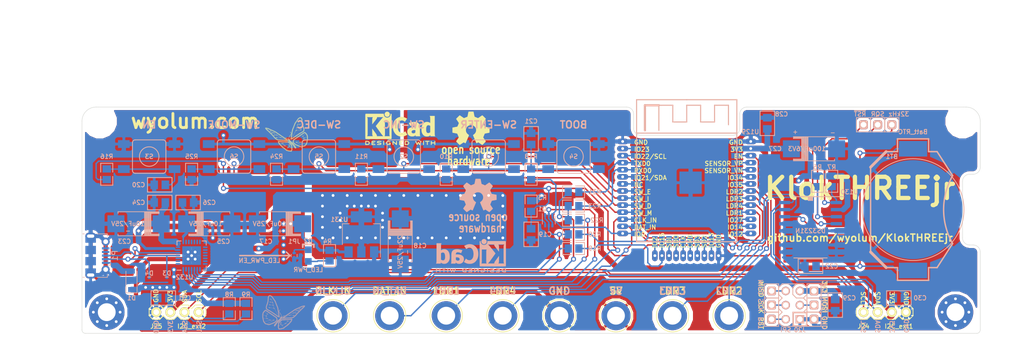
<source format=kicad_pcb>
(kicad_pcb (version 20171130) (host pcbnew 5.0.0-rc2-dev-unknown-30a78f0~62~ubuntu16.04.1)
  (title_block (title KlokTHREEjr) (date 2018-02-07) (rev "rev 1") (company www.wyolum.com) (comment 1 https://github.com/wyolum/KlokTHREEjr))
  (layers (0 F.Cu signal) (31 B.Cu signal) (34 B.Paste user) (35 F.Paste user) (36 B.SilkS user) (37 F.SilkS user) (38 B.Mask user) (39 F.Mask user) (44 Edge.Cuts user))
  (net 0 "")
  (net 1 GND)
  (net 2 /SCL)
  (net 3 /SDA)
  (net 4 /rtc_ds3231/BAT)
  (net 5 /5V)
  (net 6 /3V3)
  (net 7 /EN)
  (net 8 "Net-(C20-Pad1)")
  (net 9 "Net-(C21-Pad1)")
  (net 10 "Net-(D1-Pad1)")
  (net 11 "Net-(D2-Pad1)")
  (net 12 "Net-(D2-Pad2)")
  (net 13 /DTR)
  (net 14 /esp_pwr_uart/RTS)
  (net 15 /IO0)
  (net 16 /DAT_IN)
  (net 17 /CLK_IN)
  (net 18 /SW_E)
  (net 19 /SW_I)
  (net 20 /IO15)
  (net 21 /esp_pwr_uart/CTS)
  (net 22 /IO13)
  (net 23 /esp_pwr_uart/RXD)
  (net 24 /TXD0)
  (net 25 /esp_pwr_uart/TXD)
  (net 26 "Net-(R22-Pad2)")
  (net 27 /RXD0)
  (net 28 /SW_D)
  (net 29 /SW_M)
  (net 30 /esp_pwr_uart/USB_D+)
  (net 31 /esp_pwr_uart/USB_D-)
  (net 32 /LDR1)
  (net 33 /LDR2)
  (net 34 /LDR3)
  (net 35 /LDR4)
  (net 36 /rtc_ds3231/RESET)
  (net 37 /rtc_ds3231/SQR)
  (net 38 /rtc_ds3231/32kHz)
  (net 39 /SENSOR_VP)
  (net 40 /SENSOR_VN)
  (net 41 /IO27)
  (net 42 /IO14)
  (net 43 /IO12)
  (net 44 /SD2)
  (net 45 /SD3)
  (net 46 /CMD)
  (net 47 /CLK)
  (net 48 /SDO)
  (net 49 /SDI)
  (net 50 /IO2)
  (net 51 /IO23)
  (net 52 /NC)
  (net 53 /MISO)
  (net 54 /SCK)
  (net 55 /RST)
  (net 56 /MOSI)
  (net 57 /IO34)
  (net 58 /IO35)
  (module k3jr_controller_libs:USB_Micro-B_Molex-105017-0001 (layer B.Cu) (at 52.705 77.47 90)
    (fp_text reference P1 (at 0 4 90) (layer B.SilkS) (effects (justify mirror)))
    (fp_text value USB_micro)
    (pad 6 smd rect (at 1 -0.35 90) (size 1.5 1.9) (layers B.Cu B.Paste B.Mask) (net 1 GND))
    (pad 6 thru_hole circle (at -2.5 2.35 90) (size 1.45 1.45) (drill 0.85) (layers *.Cu *.Mask) (net 1 GND))
    (pad 2 smd rect (at -0.65 2.35 90) (size 0.4 1.35) (layers B.Cu B.Paste B.Mask) (net 31 /esp_pwr_uart/USB_D-))
    (pad 1 smd rect (at -1.3 2.35 90) (size 0.4 1.35) (layers B.Cu B.Paste B.Mask) (net 10 "Net-(D1-Pad1)"))
    (pad 5 smd rect (at 1.3 2.35 90) (size 0.4 1.35) (layers B.Cu B.Paste B.Mask) (net 1 GND))
    (pad 4 smd rect (at 0.65 2.35 90) (size 0.4 1.35) (layers B.Cu B.Paste B.Mask))
    (pad 3 smd rect (at 0 2.35 90) (size 0.4 1.35) (layers B.Cu B.Paste B.Mask) (net 30 /esp_pwr_uart/USB_D+))
    (pad 6 thru_hole circle (at 2.5 2.35 90) (size 1.45 1.45) (drill 0.85) (layers *.Cu *.Mask) (net 1 GND))
    (pad 6 smd rect (at -1 -0.35 90) (size 1.5 1.9) (layers B.Cu B.Paste B.Mask) (net 1 GND))
    (pad 6 thru_hole oval (at -3.5 -0.35 270) (size 1.2 1.9) (drill oval 0.6 1.3) (layers *.Cu *.Mask) (net 1 GND))
    (pad 6 thru_hole oval (at 3.5 -0.35 90) (size 1.2 1.9) (drill oval 0.6 1.3) (layers *.Cu *.Mask) (net 1 GND))
    (pad 6 smd rect (at 2.9 -0.35 90) (size 1.2 1.9) (layers B.Cu B.Mask) (net 1 GND))
    (pad 6 smd rect (at -2.9 -0.35 90) (size 1.2 1.9) (layers B.Cu B.Mask) (net 1 GND))
  )
  (module k3jr_controller_libs:c_0805 (layer B.Cu) (at 131.445 73.66 180)
    (fp_text reference C19 (at -2.54 0 180) (layer B.SilkS) (effects (font (size 0.8 0.8)) (justify mirror)))
    (fp_text value 1nF hide)
    (pad 2 smd rect (at 0 -1 90) (size 1.35 1.55) (layers B.Cu B.Paste B.Mask) (net 1 GND))
    (pad 1 smd rect (at 0 1 90) (size 1.35 1.55) (layers B.Cu B.Paste B.Mask) (net 7 /EN))
  )
  (module k3jr_controller_libs:r_0805 (layer B.Cu) (at 139.065 66.04)
    (fp_text reference R21 (at 3.81 0) (layer B.SilkS) (effects (font (size 0.8 0.8)) (justify mirror)))
    (fp_text value 0R hide)
    (pad 2 smd rect (at -0.9525 0) (size 1.30048 1.4986) (layers B.Cu B.Paste B.Mask) (net 23 /esp_pwr_uart/RXD))
    (pad 1 smd rect (at 0.9525 0) (size 1.30048 1.4986) (layers B.Cu B.Paste B.Mask) (net 24 /TXD0))
  )
  (module k3jr_controller_libs:DS3231 (layer B.Cu) (at 181.61 72.39 270)
    (fp_text reference U130 (at -6.35 -6.985) (layer B.SilkS) (effects (font (size 0.8 0.8)) (justify mirror)))
    (fp_text value DS3231N (at 0.635 0 180) (layer B.SilkS) (effects (font (size 0.8 0.8)) (justify mirror)))
    (pad 1 smd rect (at -4.445 -4.65074 270) (size 0.59944 1.99898) (layers B.Cu B.Paste B.Mask) (net 38 /rtc_ds3231/32kHz))
    (pad 2 smd rect (at -3.175 -4.65074 270) (size 0.59944 1.99898) (layers B.Cu B.Paste B.Mask) (net 6 /3V3))
    (pad 3 smd rect (at -1.905 -4.65074 270) (size 0.59944 1.99898) (layers B.Cu B.Paste B.Mask) (net 37 /rtc_ds3231/SQR))
    (pad 4 smd rect (at -0.635 -4.65074 270) (size 0.59944 1.99898) (layers B.Cu B.Paste B.Mask) (net 36 /rtc_ds3231/RESET))
    (pad 5 smd rect (at 0.635 -4.65074 270) (size 0.59944 1.99898) (layers B.Cu B.Paste B.Mask) (net 1 GND))
    (pad 6 smd rect (at 1.905 -4.65074 270) (size 0.59944 1.99898) (layers B.Cu B.Paste B.Mask) (net 1 GND))
    (pad 7 smd rect (at 3.175 -4.65074 270) (size 0.59944 1.99898) (layers B.Cu B.Paste B.Mask) (net 1 GND))
    (pad 8 smd rect (at 4.445 -4.65074 270) (size 0.59944 1.99898) (layers B.Cu B.Paste B.Mask) (net 1 GND))
    (pad 9 smd rect (at 4.445 4.65074 270) (size 0.59944 1.99898) (layers B.Cu B.Paste B.Mask) (net 1 GND))
    (pad 10 smd rect (at 3.175 4.65074 270) (size 0.59944 1.99898) (layers B.Cu B.Paste B.Mask) (net 1 GND))
    (pad 11 smd rect (at 1.905 4.65074 270) (size 0.59944 1.99898) (layers B.Cu B.Paste B.Mask) (net 1 GND))
    (pad 12 smd rect (at 0.635 4.65074 270) (size 0.59944 1.99898) (layers B.Cu B.Paste B.Mask) (net 1 GND))
    (pad 13 smd rect (at -0.635 4.65074 270) (size 0.59944 1.99898) (layers B.Cu B.Paste B.Mask) (net 1 GND))
    (pad 14 smd rect (at -1.905 4.65074 270) (size 0.59944 1.99898) (layers B.Cu B.Paste B.Mask) (net 4 /rtc_ds3231/BAT))
    (pad 15 smd rect (at -3.175 4.65074 270) (size 0.59944 1.99898) (layers B.Cu B.Paste B.Mask) (net 3 /SDA))
    (pad 16 smd rect (at -4.445 4.65074 270) (size 0.59944 1.99898) (layers B.Cu B.Paste B.Mask) (net 2 /SCL))
  )
  (module k3jr_controller_libs:c_0805 (layer B.Cu) (at 65.405 85.09 90)
    (fp_text reference C31 (at 0 3.81) (layer B.SilkS) (effects (font (size 0.8 0.8)) (justify mirror)))
    (fp_text value 100nF hide)
    (pad 1 smd rect (at 0 1) (size 1.35 1.55) (layers B.Cu B.Paste B.Mask) (net 6 /3V3))
    (pad 2 smd rect (at 0 -1) (size 1.35 1.55) (layers B.Cu B.Paste B.Mask) (net 1 GND))
  )
  (module k3jr_controller_libs:c_2917 (layer B.Cu) (at 182.245 58.293 180)
    (fp_text reference C27 (at 6.985 0 180) (layer B.SilkS) (effects (font (size 0.8 0.8)) (justify mirror)))
    (fp_text value 100uF/6V3 (at 1.27 0 180) (layer B.SilkS) (effects (font (size 0.8 0.8)) (justify mirror)))
    (fp_text user - (at -3.3655 2.921 180) (layer B.SilkS) (effects (font (size 0.762 0.762) (thickness 0.127)) (justify mirror)))
    (fp_text user + (at 3.3655 3.048 180) (layer B.SilkS) (effects (font (size 0.762 0.762) (thickness 0.127)) (justify mirror)))
    (pad 1 smd rect (at 4.064 0 180) (size 3.048 3.048) (layers B.Cu B.Paste B.Mask) (net 6 /3V3))
    (pad 2 smd rect (at -4.064 0 180) (size 3.048 3.048) (layers B.Cu B.Paste B.Mask) (net 1 GND))
  )
  (module k3jr_controller_libs:r_0805 (layer B.Cu) (at 70.485 62.865 90)
    (fp_text reference R25 (at 3.175 0 180) (layer B.SilkS) (effects (font (size 0.8 0.8)) (justify mirror)))
    (fp_text value 10k hide)
    (pad 2 smd rect (at -0.9525 0 90) (size 1.30048 1.4986) (layers B.Cu B.Paste B.Mask) (net 1 GND))
    (pad 1 smd rect (at 0.9525 0 90) (size 1.30048 1.4986) (layers B.Cu B.Paste B.Mask) (net 29 /SW_M))
  )
  (module k3jr_controller_libs:r_0805 (layer B.Cu) (at 85.725 62.865 90)
    (fp_text reference R24 (at 3.175 0 180) (layer B.SilkS) (effects (font (size 0.8 0.8)) (justify mirror)))
    (fp_text value 10k hide)
    (pad 2 smd rect (at -0.9525 0 90) (size 1.30048 1.4986) (layers B.Cu B.Paste B.Mask) (net 1 GND))
    (pad 1 smd rect (at 0.9525 0 90) (size 1.30048 1.4986) (layers B.Cu B.Paste B.Mask) (net 28 /SW_D))
  )
  (module k3jr_controller_libs:BreakOutPad (layer B.Cu) (at 191.135 53.975)
    (fp_text reference TP1 hide)
    (fp_text value ~RST (at -0.635 -1.905) (layer B.SilkS) (effects (font (size 0.8 0.8)) (justify mirror)))
    (pad 1 thru_hole roundrect (at 0 0) (size 1.6 1.6) (drill 1.02) (layers *.Cu *.Mask B.SilkS) (net 36 /rtc_ds3231/RESET))
  )
  (module k3jr_controller_libs:MountingHole_3.2mm_M3_Pad_Via (layer F.Cu) (at 55.245 87.63)
    (fp_text reference HB47 hide)
    (fp_text value mtg_hole_3mm)
    (pad 1 thru_hole circle (at 0 0) (size 6.4 6.4) (drill 3.2) (layers *.Cu *.Mask) (clearance 0.5))
    (pad 1 thru_hole circle (at 2.4 0) (size 0.8 0.8) (drill 0.5) (layers *.Cu *.Mask))
    (pad 1 thru_hole circle (at 1.697056 1.697056) (size 0.8 0.8) (drill 0.5) (layers *.Cu *.Mask))
    (pad 1 thru_hole circle (at 0 2.4) (size 0.8 0.8) (drill 0.5) (layers *.Cu *.Mask))
    (pad 1 thru_hole circle (at -1.697056 1.697056) (size 0.8 0.8) (drill 0.5) (layers *.Cu *.Mask))
    (pad 1 thru_hole circle (at -2.4 0) (size 0.8 0.8) (drill 0.5) (layers *.Cu *.Mask))
    (pad 1 thru_hole circle (at -1.697056 -1.697056) (size 0.8 0.8) (drill 0.5) (layers *.Cu *.Mask))
    (pad 1 thru_hole circle (at 0 -2.4) (size 0.8 0.8) (drill 0.5) (layers *.Cu *.Mask))
    (pad 1 thru_hole circle (at 1.697056 -1.697056) (size 0.8 0.8) (drill 0.5) (layers *.Cu *.Mask))
  )
  (module k3jr_controller_libs:MountingHole_3.2mm_M3_Pad_Via (layer F.Cu) (at 207.645 87.63)
    (fp_text reference HB48 hide)
    (fp_text value mtg_hole_3mm)
    (pad 1 thru_hole circle (at 0 0) (size 6.4 6.4) (drill 3.2) (layers *.Cu *.Mask) (clearance 0.5))
    (pad 1 thru_hole circle (at 2.4 0) (size 0.8 0.8) (drill 0.5) (layers *.Cu *.Mask))
    (pad 1 thru_hole circle (at 1.697056 1.697056) (size 0.8 0.8) (drill 0.5) (layers *.Cu *.Mask))
    (pad 1 thru_hole circle (at 0 2.4) (size 0.8 0.8) (drill 0.5) (layers *.Cu *.Mask))
    (pad 1 thru_hole circle (at -1.697056 1.697056) (size 0.8 0.8) (drill 0.5) (layers *.Cu *.Mask))
    (pad 1 thru_hole circle (at -2.4 0) (size 0.8 0.8) (drill 0.5) (layers *.Cu *.Mask))
    (pad 1 thru_hole circle (at -1.697056 -1.697056) (size 0.8 0.8) (drill 0.5) (layers *.Cu *.Mask))
    (pad 1 thru_hole circle (at 0 -2.4) (size 0.8 0.8) (drill 0.5) (layers *.Cu *.Mask))
    (pad 1 thru_hole circle (at 1.697056 -1.697056) (size 0.8 0.8) (drill 0.5) (layers *.Cu *.Mask))
  )
  (module k3jr_controller_libs:MountingHole_3.2mm_M3 (layer F.Cu) (at 208.915 53.34)
    (fp_text reference HB46 hide)
    (fp_text value mtg_hole_3mm_small)
    (pad "" np_thru_hole circle (at 0 0) (size 3.2 3.2) (drill 3.2) (layers *.Cu *.Mask) (clearance 1.5))
  )
  (module k3jr_controller_libs:MountingHole_3.2mm_M3 (layer F.Cu) (at 53.975 53.34)
    (fp_text reference HB45 hide)
    (fp_text value mtg_hole_3mm_small)
    (pad "" np_thru_hole circle (at 0 0) (size 3.2 3.2) (drill 3.2) (layers *.Cu *.Mask) (clearance 1.5))
  )
  (module k3jr_controller_libs:1pin (layer F.Cu) (at 95.885 88.265)
    (fp_text reference J1 hide)
    (fp_text value CLK_IN hide)
    (pad 1 thru_hole circle (at 0 0) (size 5.2 5.2) (drill 3.2) (layers *.Cu *.Mask) (net 17 /CLK_IN))
  )
  (module k3jr_controller_libs:1pin (layer F.Cu) (at 106.045 88.265)
    (fp_text reference J2 hide)
    (fp_text value DAT_IN hide)
    (pad 1 thru_hole circle (at 0 0) (size 5.2 5.2) (drill 3.2) (layers *.Cu *.Mask) (net 16 /DAT_IN))
  )
  (module k3jr_controller_libs:1pin (layer F.Cu) (at 116.205 88.265)
    (fp_text reference J3 hide)
    (fp_text value LDR1 hide)
    (pad 1 thru_hole circle (at 0 0) (size 5.2 5.2) (drill 3.2) (layers *.Cu *.Mask) (net 32 /LDR1))
  )
  (module k3jr_controller_libs:1pin (layer F.Cu) (at 167.005 88.265)
    (fp_text reference J4 hide)
    (fp_text value LDR2 hide)
    (pad 1 thru_hole circle (at 0 0) (size 5.2 5.2) (drill 3.2) (layers *.Cu *.Mask) (net 33 /LDR2))
  )
  (module k3jr_controller_libs:1pin (layer F.Cu) (at 156.845 88.265)
    (fp_text reference J5 hide)
    (fp_text value LDR3 hide)
    (pad 1 thru_hole circle (at 0 0) (size 5.2 5.2) (drill 3.2) (layers *.Cu *.Mask) (net 34 /LDR3))
  )
  (module k3jr_controller_libs:1pin (layer F.Cu) (at 126.365 88.265)
    (fp_text reference J6 hide)
    (fp_text value LDR4 hide)
    (pad 1 thru_hole circle (at 0 0) (size 5.2 5.2) (drill 3.2) (layers *.Cu *.Mask) (net 35 /LDR4))
  )
  (module k3jr_controller_libs:1pin (layer F.Cu) (at 146.685 88.265)
    (fp_text reference J7 hide)
    (fp_text value 5V hide)
    (pad 1 thru_hole circle (at 0 0) (size 5.2 5.2) (drill 3.2) (layers *.Cu *.Mask) (net 5 /5V))
  )
  (module k3jr_controller_libs:1pin (layer F.Cu) (at 136.525 88.265)
    (fp_text reference J8 hide)
    (fp_text value GND hide)
    (pad 1 thru_hole circle (at 0 0) (size 5.2 5.2) (drill 3.2) (layers *.Cu *.Mask) (net 1 GND))
  )
  (module k3jr_controller_libs:D_SOD-123 (layer B.Cu) (at 59.69 81.915 90)
    (fp_text reference D1 (at -3.175 0 180) (layer B.SilkS) (effects (font (size 0.8 0.8)) (justify mirror)))
    (fp_text value 1N5819)
    (pad 2 smd rect (at -1.65 0 90) (size 0.9 1.2) (layers B.Cu B.Paste B.Mask) (net 5 /5V))
    (pad 1 smd rect (at 1.65 0 90) (size 0.9 1.2) (layers B.Cu B.Paste B.Mask) (net 10 "Net-(D1-Pad1)"))
  )
  (module k3jr_controller_libs:D_LLP1006-2L (layer B.Cu) (at 66.04 81.915 90)
    (fp_text reference D3 (at 1.27 0 180) (layer B.SilkS) (effects (font (size 0.8 0.8)) (justify mirror)))
    (fp_text value VESD05A1B)
    (pad 2 smd rect (at 0.375 0 90) (size 0.25 0.5) (layers B.Cu B.Paste B.Mask) (net 30 /esp_pwr_uart/USB_D+) (clearance 0.1))
    (pad 1 smd rect (at -0.375 0 90) (size 0.25 0.5) (layers B.Cu B.Paste B.Mask) (net 1 GND) (clearance 0.1))
  )
  (module k3jr_controller_libs:D_LLP1006-2L (layer B.Cu) (at 62.865 81.915 90)
    (fp_text reference D4 (at 1.27 0 180) (layer B.SilkS) (effects (font (size 0.8 0.8)) (justify mirror)))
    (fp_text value VESD05A1B)
    (pad 2 smd rect (at 0.375 0 90) (size 0.25 0.5) (layers B.Cu B.Paste B.Mask) (net 31 /esp_pwr_uart/USB_D-) (clearance 0.1))
    (pad 1 smd rect (at -0.375 0 90) (size 0.25 0.5) (layers B.Cu B.Paste B.Mask) (net 1 GND) (clearance 0.1))
  )
  (module k3jr_controller_libs:CR2032_SMD2 (layer B.Cu) (at 200.025 69.215 90)
    (fp_text reference BT1 (at 9.525 -3.81 180) (layer B.SilkS) (effects (font (size 0.8 0.8)) (justify mirror)))
    (fp_text value Batt_RTC (at 13.97 0 180) (layer B.SilkS) (effects (font (size 0.8 0.8)) (justify mirror)))
    (pad 2 smd circle (at 0 0 90) (size 17.78 17.78) (layers B.Cu B.Paste B.Mask) (net 1 GND) (clearance 0.508) (thermal_gap 1.016))
    (pad 1 smd rect (at 10.922 0 90) (size 2.794 5.08) (layers B.Cu B.Paste B.Mask) (net 4 /rtc_ds3231/BAT) (clearance 0.508))
    (pad 1 smd rect (at -10.922 0 90) (size 2.794 5.08) (layers B.Cu B.Paste B.Mask) (net 4 /rtc_ds3231/BAT) (clearance 0.508))
  )
  (module k3jr_controller_libs:QFN-28-1EP_5x5mm_Pitch0.5mm (layer B.Cu) (at 70.485 77.47)
    (fp_text reference U132 (at -1.27 3.875) (layer B.SilkS) (effects (font (size 0.8 0.8)) (justify mirror)))
    (fp_text value CP2102N-A01-GQFN28)
    (pad 29 smd rect (at -0.8375 0.8375) (size 1.675 1.675) (layers B.Cu B.Paste B.Mask) (net 1 GND))
    (pad 29 smd rect (at -0.8375 -0.8375) (size 1.675 1.675) (layers B.Cu B.Paste B.Mask) (net 1 GND))
    (pad 29 smd rect (at 0.8375 0.8375) (size 1.675 1.675) (layers B.Cu B.Paste B.Mask) (net 1 GND))
    (pad 29 smd rect (at 0.8375 -0.8375) (size 1.675 1.675) (layers B.Cu B.Paste B.Mask) (net 1 GND))
    (pad 28 smd oval (at -1.5 2.45 270) (size 0.85 0.3) (layers B.Cu B.Paste B.Mask) (net 13 /DTR))
    (pad 27 smd oval (at -1 2.45 270) (size 0.85 0.3) (layers B.Cu B.Paste B.Mask))
    (pad 26 smd oval (at -0.5 2.45 270) (size 0.85 0.3) (layers B.Cu B.Paste B.Mask) (net 26 "Net-(R22-Pad2)"))
    (pad 25 smd oval (at 0 2.45 270) (size 0.85 0.3) (layers B.Cu B.Paste B.Mask) (net 23 /esp_pwr_uart/RXD))
    (pad 24 smd oval (at 0.5 2.45 270) (size 0.85 0.3) (layers B.Cu B.Paste B.Mask) (net 14 /esp_pwr_uart/RTS))
    (pad 23 smd oval (at 1 2.45 270) (size 0.85 0.3) (layers B.Cu B.Paste B.Mask) (net 21 /esp_pwr_uart/CTS))
    (pad 22 smd oval (at 1.5 2.45 270) (size 0.85 0.3) (layers B.Cu B.Paste B.Mask))
    (pad 21 smd oval (at 2.45 1.5) (size 0.85 0.3) (layers B.Cu B.Paste B.Mask))
    (pad 20 smd oval (at 2.45 1) (size 0.85 0.3) (layers B.Cu B.Paste B.Mask))
    (pad 19 smd oval (at 2.45 0.5) (size 0.85 0.3) (layers B.Cu B.Paste B.Mask))
    (pad 18 smd oval (at 2.45 0) (size 0.85 0.3) (layers B.Cu B.Paste B.Mask))
    (pad 17 smd oval (at 2.45 -0.5) (size 0.85 0.3) (layers B.Cu B.Paste B.Mask))
    (pad 16 smd oval (at 2.45 -1) (size 0.85 0.3) (layers B.Cu B.Paste B.Mask))
    (pad 15 smd oval (at 2.45 -1.5) (size 0.85 0.3) (layers B.Cu B.Paste B.Mask))
    (pad 14 smd oval (at 1.5 -2.45 270) (size 0.85 0.3) (layers B.Cu B.Paste B.Mask))
    (pad 13 smd oval (at 1 -2.45 270) (size 0.85 0.3) (layers B.Cu B.Paste B.Mask))
    (pad 12 smd oval (at 0.5 -2.45 270) (size 0.85 0.3) (layers B.Cu B.Paste B.Mask))
    (pad 11 smd oval (at 0 -2.45 270) (size 0.85 0.3) (layers B.Cu B.Paste B.Mask))
    (pad 10 smd oval (at -0.5 -2.45 270) (size 0.85 0.3) (layers B.Cu B.Paste B.Mask))
    (pad 9 smd oval (at -1 -2.45 270) (size 0.85 0.3) (layers B.Cu B.Paste B.Mask))
    (pad 8 smd oval (at -1.5 -2.45 270) (size 0.85 0.3) (layers B.Cu B.Paste B.Mask) (net 5 /5V))
    (pad 7 smd oval (at -2.45 -1.5) (size 0.85 0.3) (layers B.Cu B.Paste B.Mask) (net 6 /3V3))
    (pad 6 smd oval (at -2.45 -1) (size 0.85 0.3) (layers B.Cu B.Paste B.Mask) (net 6 /3V3))
    (pad 5 smd oval (at -2.45 -0.5) (size 0.85 0.3) (layers B.Cu B.Paste B.Mask) (net 31 /esp_pwr_uart/USB_D-))
    (pad 4 smd oval (at -2.45 0) (size 0.85 0.3) (layers B.Cu B.Paste B.Mask) (net 30 /esp_pwr_uart/USB_D+))
    (pad 3 smd oval (at -2.45 0.5) (size 0.85 0.3) (layers B.Cu B.Paste B.Mask) (net 1 GND))
    (pad 2 smd oval (at -2.45 1) (size 0.85 0.3) (layers B.Cu B.Paste B.Mask))
    (pad 1 smd oval (at -2.45 1.5) (size 0.85 0.3) (layers B.Cu B.Paste B.Mask))
    (pad 29 thru_hole circle (at -0.635 0.635) (size 0.8 0.8) (drill 0.5) (layers *.Cu *.Mask) (net 1 GND))
    (pad 29 thru_hole circle (at 0.635 0.635) (size 0.8 0.8) (drill 0.5) (layers *.Cu *.Mask) (net 1 GND))
    (pad 29 thru_hole circle (at 0.635 -0.635) (size 0.8 0.8) (drill 0.5) (layers *.Cu *.Mask) (net 1 GND))
    (pad 29 thru_hole circle (at -0.635 -0.635) (size 0.8 0.8) (drill 0.5) (layers *.Cu *.Mask) (net 1 GND))
    (pad 29 thru_hole circle (at 0 0) (size 0.8 0.8) (drill 0.5) (layers *.Cu *.Mask) (net 1 GND))
  )
  (module k3jr_controller_libs:R_0402 (layer B.Cu) (at 88.9 77.47 90)
    (fp_text reference JP1 (at 2.54 0 180) (layer B.SilkS) (effects (font (size 0.8 0.8)) (justify mirror)))
    (fp_text value LED_PWR_EN (at -0.889 -6.223 180) (layer B.SilkS) (effects (font (size 0.8 0.8)) (justify mirror)))
    (pad 2 smd rect (at 0.45 0 90) (size 0.4 0.6) (layers B.Cu B.Paste B.Mask) (net 12 "Net-(D2-Pad2)"))
    (pad 1 smd rect (at -0.45 0 90) (size 0.4 0.6) (layers B.Cu B.Paste B.Mask) (net 1 GND))
  )
  (module k3jr_controller_libs:LED-0805 (layer B.Cu) (at 91.44 77.47 90)
    (fp_text reference D2 (at 2.667 0 180) (layer B.SilkS) (effects (font (size 0.8 0.8)) (justify mirror)))
    (fp_text value LED_PWR (at -2.54 0 180) (layer B.SilkS) (effects (font (size 0.8 0.8)) (justify mirror)))
    (pad 2 smd rect (at 1.04902 0 90) (size 1.19888 1.19888) (layers B.Cu B.Paste B.Mask) (net 12 "Net-(D2-Pad2)"))
    (pad 1 smd rect (at -1.04902 0 90) (size 1.19888 1.19888) (layers B.Cu B.Paste B.Mask) (net 11 "Net-(D2-Pad1)"))
  )
  (module k3jr_controller_libs:SW_SMD (layer B.Cu) (at 123.825 59.69 270)
    (fp_text reference S1 (at 0 0) (layer B.SilkS) (effects (font (size 0.8 0.8)) (justify mirror)))
    (fp_text value SW-ENTER (at -5.715 0 180) (layer B.SilkS) (effects (font (size 1.27 1.27) (thickness 0.254)) (justify mirror)))
    (pad 2 smd rect (at 2.25 4.55) (size 2.1 1.4) (layers B.Cu B.Paste B.Mask) (net 18 /SW_E))
    (pad 4 smd rect (at 2.25 -4.55) (size 2.1 1.4) (layers B.Cu B.Paste B.Mask) (net 18 /SW_E))
    (pad 3 smd rect (at -2.25 -4.55) (size 2.1 1.4) (layers B.Cu B.Paste B.Mask) (net 5 /5V))
    (pad 1 smd rect (at -2.25 4.55) (size 2.1 1.4) (layers B.Cu B.Paste B.Mask) (net 5 /5V))
  )
  (module k3jr_controller_libs:SW_SMD (layer B.Cu) (at 108.585 59.69 270)
    (fp_text reference S2 (at 0 0) (layer B.SilkS) (effects (font (size 0.8 0.8)) (justify mirror)))
    (fp_text value SW-INC (at -5.715 0 180) (layer B.SilkS) (effects (font (size 1.27 1.27) (thickness 0.254)) (justify mirror)))
    (pad 2 smd rect (at 2.25 4.55) (size 2.1 1.4) (layers B.Cu B.Paste B.Mask) (net 19 /SW_I))
    (pad 4 smd rect (at 2.25 -4.55) (size 2.1 1.4) (layers B.Cu B.Paste B.Mask) (net 19 /SW_I))
    (pad 3 smd rect (at -2.25 -4.55) (size 2.1 1.4) (layers B.Cu B.Paste B.Mask) (net 5 /5V))
    (pad 1 smd rect (at -2.25 4.55) (size 2.1 1.4) (layers B.Cu B.Paste B.Mask) (net 5 /5V))
  )
  (module k3jr_controller_libs:SW_SMD (layer B.Cu) (at 62.865 59.69 90)
    (fp_text reference S3 (at 0 0 180) (layer B.SilkS) (effects (font (size 0.8 0.8)) (justify mirror)))
    (fp_text value EN (at 5.715 0) (layer B.SilkS) (effects (font (size 1.27 1.27) (thickness 0.254)) (justify mirror)))
    (pad 2 smd rect (at 2.25 4.55 180) (size 2.1 1.4) (layers B.Cu B.Paste B.Mask) (net 1 GND))
    (pad 4 smd rect (at 2.25 -4.55 180) (size 2.1 1.4) (layers B.Cu B.Paste B.Mask) (net 1 GND))
    (pad 3 smd rect (at -2.25 -4.55 180) (size 2.1 1.4) (layers B.Cu B.Paste B.Mask) (net 8 "Net-(C20-Pad1)"))
    (pad 1 smd rect (at -2.25 4.55 180) (size 2.1 1.4) (layers B.Cu B.Paste B.Mask) (net 8 "Net-(C20-Pad1)"))
  )
  (module k3jr_controller_libs:SW_SMD (layer B.Cu) (at 139.065 59.69 90)
    (fp_text reference S4 (at 0 0 180) (layer B.SilkS) (effects (font (size 0.8 0.8)) (justify mirror)))
    (fp_text value BOOT (at 5.715 0) (layer B.SilkS) (effects (font (size 1.27 1.27) (thickness 0.254)) (justify mirror)))
    (pad 2 smd rect (at 2.25 4.55 180) (size 2.1 1.4) (layers B.Cu B.Paste B.Mask) (net 1 GND))
    (pad 4 smd rect (at 2.25 -4.55 180) (size 2.1 1.4) (layers B.Cu B.Paste B.Mask) (net 1 GND))
    (pad 3 smd rect (at -2.25 -4.55 180) (size 2.1 1.4) (layers B.Cu B.Paste B.Mask) (net 9 "Net-(C21-Pad1)"))
    (pad 1 smd rect (at -2.25 4.55 180) (size 2.1 1.4) (layers B.Cu B.Paste B.Mask) (net 9 "Net-(C21-Pad1)"))
  )
  (module k3jr_controller_libs:SW_SMD (layer B.Cu) (at 93.345 59.69 270)
    (fp_text reference S5 (at 0 0) (layer B.SilkS) (effects (font (size 0.8 0.8)) (justify mirror)))
    (fp_text value SW-DEC (at -5.715 0 180) (layer B.SilkS) (effects (font (size 1.27 1.27) (thickness 0.254)) (justify mirror)))
    (pad 2 smd rect (at 2.25 4.55) (size 2.1 1.4) (layers B.Cu B.Paste B.Mask) (net 28 /SW_D))
    (pad 4 smd rect (at 2.25 -4.55) (size 2.1 1.4) (layers B.Cu B.Paste B.Mask) (net 28 /SW_D))
    (pad 3 smd rect (at -2.25 -4.55) (size 2.1 1.4) (layers B.Cu B.Paste B.Mask) (net 5 /5V))
    (pad 1 smd rect (at -2.25 4.55) (size 2.1 1.4) (layers B.Cu B.Paste B.Mask) (net 5 /5V))
  )
  (module k3jr_controller_libs:SW_SMD (layer B.Cu) (at 78.105 59.69 270)
    (fp_text reference S6 (at 0 0) (layer B.SilkS) (effects (font (size 0.8 0.8)) (justify mirror)))
    (fp_text value SW-MODE (at -5.715 0 180) (layer B.SilkS) (effects (font (size 1.27 1.27) (thickness 0.254)) (justify mirror)))
    (pad 2 smd rect (at 2.25 4.55) (size 2.1 1.4) (layers B.Cu B.Paste B.Mask) (net 29 /SW_M))
    (pad 4 smd rect (at 2.25 -4.55) (size 2.1 1.4) (layers B.Cu B.Paste B.Mask) (net 29 /SW_M))
    (pad 3 smd rect (at -2.25 -4.55) (size 2.1 1.4) (layers B.Cu B.Paste B.Mask) (net 5 /5V))
    (pad 1 smd rect (at -2.25 4.55) (size 2.1 1.4) (layers B.Cu B.Paste B.Mask) (net 5 /5V))
  )
  (module k3jr_controller_libs:r_0805 (layer B.Cu) (at 182.88 64.135 90)
    (fp_text reference R6 (at 2.54 0 180) (layer B.SilkS) (effects (font (size 0.8 0.8)) (justify mirror)))
    (fp_text value 10k hide)
    (pad 2 smd rect (at -0.9525 0 90) (size 1.30048 1.4986) (layers B.Cu B.Paste B.Mask) (net 37 /rtc_ds3231/SQR))
    (pad 1 smd rect (at 0.9525 0 90) (size 1.30048 1.4986) (layers B.Cu B.Paste B.Mask) (net 6 /3V3))
  )
  (module k3jr_controller_libs:r_0805 (layer B.Cu) (at 185.42 64.135 90)
    (fp_text reference R7 (at 2.54 0 180) (layer B.SilkS) (effects (font (size 0.8 0.8)) (justify mirror)))
    (fp_text value 10k hide)
    (pad 2 smd rect (at -0.9525 0 90) (size 1.30048 1.4986) (layers B.Cu B.Paste B.Mask) (net 38 /rtc_ds3231/32kHz))
    (pad 1 smd rect (at 0.9525 0 90) (size 1.30048 1.4986) (layers B.Cu B.Paste B.Mask) (net 6 /3V3))
  )
  (module k3jr_controller_libs:r_0805 (layer B.Cu) (at 77.25 87 90)
    (fp_text reference R8 (at 2.54 0 180) (layer B.SilkS) (effects (font (size 0.8 0.8)) (justify mirror)))
    (fp_text value 4K7 hide)
    (pad 2 smd rect (at -0.9525 0 90) (size 1.30048 1.4986) (layers B.Cu B.Paste B.Mask) (net 2 /SCL))
    (pad 1 smd rect (at 0.9525 0 90) (size 1.30048 1.4986) (layers B.Cu B.Paste B.Mask) (net 6 /3V3))
  )
  (module k3jr_controller_libs:r_0805 (layer B.Cu) (at 80.25 87 90)
    (fp_text reference R9 (at 2.54 0 180) (layer B.SilkS) (effects (font (size 0.8 0.8)) (justify mirror)))
    (fp_text value 4K7 hide)
    (pad 2 smd rect (at -0.9525 0 90) (size 1.30048 1.4986) (layers B.Cu B.Paste B.Mask) (net 3 /SDA))
    (pad 1 smd rect (at 0.9525 0 90) (size 1.30048 1.4986) (layers B.Cu B.Paste B.Mask) (net 6 /3V3))
  )
  (module k3jr_controller_libs:r_0805 (layer B.Cu) (at 116.205 62.865 90)
    (fp_text reference R10 (at 3.175 0 180) (layer B.SilkS) (effects (font (size 0.8 0.8)) (justify mirror)))
    (fp_text value 10k hide)
    (pad 2 smd rect (at -0.9525 0 90) (size 1.30048 1.4986) (layers B.Cu B.Paste B.Mask) (net 1 GND))
    (pad 1 smd rect (at 0.9525 0 90) (size 1.30048 1.4986) (layers B.Cu B.Paste B.Mask) (net 18 /SW_E))
  )
  (module k3jr_controller_libs:r_0805 (layer B.Cu) (at 100.965 62.865 90)
    (fp_text reference R11 (at 3.175 0 180) (layer B.SilkS) (effects (font (size 0.8 0.8)) (justify mirror)))
    (fp_text value 10k hide)
    (pad 2 smd rect (at -0.9525 0 90) (size 1.30048 1.4986) (layers B.Cu B.Paste B.Mask) (net 1 GND))
    (pad 1 smd rect (at 0.9525 0 90) (size 1.30048 1.4986) (layers B.Cu B.Paste B.Mask) (net 19 /SW_I))
  )
  (module k3jr_controller_libs:c_0805 (layer B.Cu) (at 181.61 79.375 90)
    (fp_text reference C22 (at 0 3.81) (layer B.SilkS) (effects (font (size 0.8 0.8)) (justify mirror)))
    (fp_text value 100nF hide)
    (pad 2 smd rect (at 0 -1) (size 1.35 1.55) (layers B.Cu B.Paste B.Mask) (net 1 GND))
    (pad 1 smd rect (at 0 1) (size 1.35 1.55) (layers B.Cu B.Paste B.Mask) (net 4 /rtc_ds3231/BAT))
  )
  (module k3jr_controller_libs:c_2917 (layer B.Cu) (at 86.36 71.755)
    (fp_text reference C17 (at -2.54 3.175) (layer B.SilkS) (effects (font (size 0.8 0.8)) (justify mirror)))
    (fp_text value 10uF/25V (at -1.905 0) (layer B.SilkS) (effects (font (size 0.8 0.8)) (justify mirror)))
    (fp_text user - (at -1.905 1.27) (layer B.SilkS) (effects (font (size 0.762 0.762) (thickness 0.127)) (justify mirror)))
    (fp_text user + (at 0 1.27) (layer B.SilkS) (effects (font (size 0.762 0.762) (thickness 0.127)) (justify mirror)))
    (pad 1 smd rect (at 4.064 0) (size 3.048 3.048) (layers B.Cu B.Paste B.Mask) (net 5 /5V))
    (pad 2 smd rect (at -4.064 0) (size 3.048 3.048) (layers B.Cu B.Paste B.Mask) (net 1 GND))
  )
  (module k3jr_controller_libs:c_2917 (layer B.Cu) (at 107.95 74.93 90)
    (fp_text reference C18 (at -0.762 3.556 180) (layer B.SilkS) (effects (font (size 0.8 0.8)) (justify mirror)))
    (fp_text value 22uF/25V (at -1.905 0 90) (layer B.SilkS) (effects (font (size 0.8 0.8)) (justify mirror)))
    (fp_text user - (at -1.905 1.27 90) (layer B.SilkS) (effects (font (size 0.762 0.762) (thickness 0.127)) (justify mirror)))
    (fp_text user + (at 0.635 1.27 90) (layer B.SilkS) (effects (font (size 0.762 0.762) (thickness 0.127)) (justify mirror)))
    (pad 1 smd rect (at 4.064 0 90) (size 3.048 3.048) (layers B.Cu B.Paste B.Mask) (net 6 /3V3))
    (pad 2 smd rect (at -4.064 0 90) (size 3.048 3.048) (layers B.Cu B.Paste B.Mask) (net 1 GND))
  )
  (module k3jr_controller_libs:c_0805 (layer B.Cu) (at 64.77 64.77 90)
    (fp_text reference C20 (at 0 -3.81) (layer B.SilkS) (effects (font (size 0.8 0.8)) (justify mirror)))
    (fp_text value 1nF hide)
    (pad 2 smd rect (at 0 -1) (size 1.35 1.55) (layers B.Cu B.Paste B.Mask) (net 1 GND))
    (pad 1 smd rect (at 0 1) (size 1.35 1.55) (layers B.Cu B.Paste B.Mask) (net 8 "Net-(C20-Pad1)"))
  )
  (module k3jr_controller_libs:c_0805 (layer B.Cu) (at 131.445 56.515)
    (fp_text reference C21 (at 0 -3.175) (layer B.SilkS) (effects (font (size 0.8 0.8)) (justify mirror)))
    (fp_text value 1nF hide)
    (pad 2 smd rect (at 0 -1 270) (size 1.35 1.55) (layers B.Cu B.Paste B.Mask) (net 1 GND))
    (pad 1 smd rect (at 0 1 270) (size 1.35 1.55) (layers B.Cu B.Paste B.Mask) (net 9 "Net-(C21-Pad1)"))
  )
  (module k3jr_controller_libs:c_2917 (layer B.Cu) (at 60.96 71.755)
    (fp_text reference C23 (at -2.54 3.175) (layer B.SilkS) (effects (font (size 0.8 0.8)) (justify mirror)))
    (fp_text value 10uF/25V (at -1.905 0) (layer B.SilkS) (effects (font (size 0.8 0.8)) (justify mirror)))
    (fp_text user - (at -1.905 1.27) (layer B.SilkS) (effects (font (size 0.762 0.762) (thickness 0.127)) (justify mirror)))
    (fp_text user + (at 0 1.27) (layer B.SilkS) (effects (font (size 0.762 0.762) (thickness 0.127)) (justify mirror)))
    (pad 1 smd rect (at 4.064 0) (size 3.048 3.048) (layers B.Cu B.Paste B.Mask) (net 6 /3V3))
    (pad 2 smd rect (at -4.064 0) (size 3.048 3.048) (layers B.Cu B.Paste B.Mask) (net 1 GND))
  )
  (module k3jr_controller_libs:c_0805 (layer B.Cu) (at 64.77 67.945 90)
    (fp_text reference C24 (at 0 -3.81) (layer B.SilkS) (effects (font (size 0.8 0.8)) (justify mirror)))
    (fp_text value 100nF hide)
    (pad 2 smd rect (at 0 -1) (size 1.35 1.55) (layers B.Cu B.Paste B.Mask) (net 1 GND))
    (pad 1 smd rect (at 0 1) (size 1.35 1.55) (layers B.Cu B.Paste B.Mask) (net 6 /3V3))
  )
  (module k3jr_controller_libs:c_2917 (layer B.Cu) (at 73.66 71.755 180)
    (fp_text reference C25 (at -2.54 -3.175 180) (layer B.SilkS) (effects (font (size 0.8 0.8)) (justify mirror)))
    (fp_text value 10uF/25V (at 0.635 0 180) (layer B.SilkS) (effects (font (size 0.8 0.8)) (justify mirror)))
    (fp_text user - (at -1.27 -1.27 180) (layer B.SilkS) (effects (font (size 0.762 0.762) (thickness 0.127)) (justify mirror)))
    (fp_text user + (at 0 -1.27 180) (layer B.SilkS) (effects (font (size 0.762 0.762) (thickness 0.127)) (justify mirror)))
    (pad 1 smd rect (at 4.064 0 180) (size 3.048 3.048) (layers B.Cu B.Paste B.Mask) (net 5 /5V))
    (pad 2 smd rect (at -4.064 0 180) (size 3.048 3.048) (layers B.Cu B.Paste B.Mask) (net 1 GND))
  )
  (module k3jr_controller_libs:c_0805 (layer B.Cu) (at 69.85 67.945 270)
    (fp_text reference C26 (at 0 -3.81 180) (layer B.SilkS) (effects (font (size 0.8 0.8)) (justify mirror)))
    (fp_text value 100nF hide)
    (pad 2 smd rect (at 0 -1 180) (size 1.35 1.55) (layers B.Cu B.Paste B.Mask) (net 1 GND))
    (pad 1 smd rect (at 0 1 180) (size 1.35 1.55) (layers B.Cu B.Paste B.Mask) (net 5 /5V))
  )
  (module k3jr_controller_libs:c_0805 (layer B.Cu) (at 173.863 53.721)
    (fp_text reference C28 (at 2.54 -1.651) (layer B.SilkS) (effects (font (size 0.8 0.8)) (justify mirror)))
    (fp_text value 1uF/10V hide)
    (pad 2 smd rect (at 0 -1 270) (size 1.35 1.55) (layers B.Cu B.Paste B.Mask) (net 1 GND))
    (pad 1 smd rect (at 0 1 270) (size 1.35 1.55) (layers B.Cu B.Paste B.Mask) (net 6 /3V3))
  )
  (module k3jr_controller_libs:SOT-363_SC-70-6 (layer B.Cu) (at 134.62 71.12 270)
    (fp_text reference Q1 (at -2.032 1.143) (layer B.SilkS) (effects (font (size 0.8 0.8)) (justify mirror)))
    (fp_text value DDC114TU)
    (pad 1 smd rect (at -0.95 0.65 270) (size 0.65 0.4) (layers B.Cu B.Paste B.Mask) (net 14 /esp_pwr_uart/RTS))
    (pad 3 smd rect (at -0.95 -0.65 270) (size 0.65 0.4) (layers B.Cu B.Paste B.Mask) (net 15 /IO0))
    (pad 5 smd rect (at 0.95 0 270) (size 0.65 0.4) (layers B.Cu B.Paste B.Mask) (net 14 /esp_pwr_uart/RTS))
    (pad 2 smd rect (at -0.95 0 270) (size 0.65 0.4) (layers B.Cu B.Paste B.Mask) (net 13 /DTR))
    (pad 4 smd rect (at 0.95 -0.65 270) (size 0.65 0.4) (layers B.Cu B.Paste B.Mask) (net 13 /DTR))
    (pad 6 smd rect (at 0.95 0.65 270) (size 0.65 0.4) (layers B.Cu B.Paste B.Mask) (net 7 /EN))
  )
  (module k3jr_controller_libs:r_0805 (layer B.Cu) (at 131.445 68.58 90)
    (fp_text reference R3 (at 1.524 2.032 180) (layer B.SilkS) (effects (font (size 0.8 0.8)) (justify mirror)))
    (fp_text value 10k hide)
    (pad 2 smd rect (at -0.9525 0 90) (size 1.30048 1.4986) (layers B.Cu B.Paste B.Mask) (net 7 /EN))
    (pad 1 smd rect (at 0.9525 0 90) (size 1.30048 1.4986) (layers B.Cu B.Paste B.Mask) (net 6 /3V3))
  )
  (module k3jr_controller_libs:r_0805 (layer B.Cu) (at 95.25 77.47 90)
    (fp_text reference R4 (at 2.54 -0.381 180) (layer B.SilkS) (effects (font (size 0.8 0.8)) (justify mirror)))
    (fp_text value 1k hide)
    (pad 2 smd rect (at -0.9525 0 90) (size 1.30048 1.4986) (layers B.Cu B.Paste B.Mask) (net 11 "Net-(D2-Pad1)"))
    (pad 1 smd rect (at 0.9525 0 90) (size 1.30048 1.4986) (layers B.Cu B.Paste B.Mask) (net 5 /5V))
  )
  (module k3jr_controller_libs:r_0805 (layer B.Cu) (at 55.245 62.865 270)
    (fp_text reference R16 (at -3.175 0) (layer B.SilkS) (effects (font (size 0.8 0.8)) (justify mirror)))
    (fp_text value 470R hide)
    (pad 2 smd rect (at -0.9525 0 270) (size 1.30048 1.4986) (layers B.Cu B.Paste B.Mask) (net 8 "Net-(C20-Pad1)"))
    (pad 1 smd rect (at 0.9525 0 270) (size 1.30048 1.4986) (layers B.Cu B.Paste B.Mask) (net 7 /EN))
  )
  (module k3jr_controller_libs:r_0805 (layer B.Cu) (at 131.445 62.865 270)
    (fp_text reference R18 (at -3.175 0) (layer B.SilkS) (effects (font (size 0.8 0.8)) (justify mirror)))
    (fp_text value 470R hide)
    (pad 2 smd rect (at -0.9525 0 270) (size 1.30048 1.4986) (layers B.Cu B.Paste B.Mask) (net 9 "Net-(C21-Pad1)"))
    (pad 1 smd rect (at 0.9525 0 270) (size 1.30048 1.4986) (layers B.Cu B.Paste B.Mask) (net 15 /IO0))
  )
  (module k3jr_controller_libs:r_0805 (layer B.Cu) (at 139.065 76.2)
    (fp_text reference R19 (at 3.81 0) (layer B.SilkS) (effects (font (size 0.8 0.8)) (justify mirror)))
    (fp_text value "0R NC" hide)
    (pad 2 smd rect (at -0.9525 0) (size 1.30048 1.4986) (layers B.Cu B.Paste B.Mask) (net 21 /esp_pwr_uart/CTS))
    (pad 1 smd rect (at 0.9525 0) (size 1.30048 1.4986) (layers B.Cu B.Paste B.Mask) (net 20 /IO15))
  )
  (module k3jr_controller_libs:r_0805 (layer B.Cu) (at 139.065 73.66)
    (fp_text reference R20 (at 3.81 0) (layer B.SilkS) (effects (font (size 0.8 0.8)) (justify mirror)))
    (fp_text value "0R NC" hide)
    (pad 2 smd rect (at -0.9525 0) (size 1.30048 1.4986) (layers B.Cu B.Paste B.Mask) (net 14 /esp_pwr_uart/RTS))
    (pad 1 smd rect (at 0.9525 0) (size 1.30048 1.4986) (layers B.Cu B.Paste B.Mask) (net 22 /IO13))
  )
  (module k3jr_controller_libs:r_0805 (layer B.Cu) (at 139.065 71.12 180)
    (fp_text reference R22 (at -4.191 0 180) (layer B.SilkS) (effects (font (size 0.8 0.8)) (justify mirror)))
    (fp_text value 470R hide)
    (pad 2 smd rect (at -0.9525 0 180) (size 1.30048 1.4986) (layers B.Cu B.Paste B.Mask) (net 26 "Net-(R22-Pad2)"))
    (pad 1 smd rect (at 0.9525 0 180) (size 1.30048 1.4986) (layers B.Cu B.Paste B.Mask) (net 25 /esp_pwr_uart/TXD))
  )
  (module k3jr_controller_libs:r_0805 (layer B.Cu) (at 139.065 68.58)
    (fp_text reference R23 (at 3.81 0) (layer B.SilkS) (effects (font (size 0.8 0.8)) (justify mirror)))
    (fp_text value 0R hide)
    (pad 2 smd rect (at -0.9525 0) (size 1.30048 1.4986) (layers B.Cu B.Paste B.Mask) (net 25 /esp_pwr_uart/TXD))
    (pad 1 smd rect (at 0.9525 0) (size 1.30048 1.4986) (layers B.Cu B.Paste B.Mask) (net 27 /RXD0))
  )
  (module k3jr_controller_libs:SOT-223-3_TabPin2 (layer B.Cu) (at 100.965 73.66 90)
    (fp_text reference U131 (at 2.66 -3.965 180) (layer B.SilkS) (effects (font (size 0.8 0.8)) (justify mirror)))
    (fp_text value 1117-33)
    (pad 2 smd rect (at 3.15 0 90) (size 2 3.8) (layers B.Cu B.Paste B.Mask) (net 6 /3V3))
    (pad 2 smd rect (at -3.15 0 90) (size 2 1.5) (layers B.Cu B.Paste B.Mask) (net 6 /3V3))
    (pad 3 smd rect (at -3.15 -2.3 90) (size 2 1.5) (layers B.Cu B.Paste B.Mask) (net 5 /5V))
    (pad 1 smd rect (at -3.15 2.3 90) (size 2 1.5) (layers B.Cu B.Paste B.Mask) (net 1 GND))
  )
  (module k3jr_controller_libs:esp_wroom_32 (layer B.Cu) (at 159.385 62.23 180)
    (fp_text reference U129 (at -11.43 6.985 180) (layer B.SilkS) (effects (font (size 0.8 0.8)) (justify mirror)))
    (fp_text value ESP-wroom-32)
    (pad 1 smd rect (at -9 5.25 180) (size 2 1) (layers B.Cu B.Paste B.Mask) (net 1 GND))
    (pad 2 smd rect (at -9 3.98 180) (size 2 1) (layers B.Cu B.Paste B.Mask) (net 6 /3V3))
    (pad 3 smd rect (at -9 2.71 180) (size 2 1) (layers B.Cu B.Paste B.Mask) (net 7 /EN))
    (pad 4 smd rect (at -9 1.44 180) (size 2 1) (layers B.Cu B.Paste B.Mask) (net 39 /SENSOR_VP))
    (pad 5 smd rect (at -9 0.17 180) (size 2 1) (layers B.Cu B.Paste B.Mask) (net 40 /SENSOR_VN))
    (pad 6 smd rect (at -9 -1.1 180) (size 2 1) (layers B.Cu B.Paste B.Mask) (net 57 /IO34))
    (pad 7 smd rect (at -9 -2.37 180) (size 2 1) (layers B.Cu B.Paste B.Mask) (net 58 /IO35))
    (pad 8 smd rect (at -9 -3.64 180) (size 2 1) (layers B.Cu B.Paste B.Mask) (net 33 /LDR2))
    (pad 9 smd rect (at -9 -4.91 180) (size 2 1) (layers B.Cu B.Paste B.Mask) (net 34 /LDR3))
    (pad 10 smd rect (at -9 -6.18 180) (size 2 1) (layers B.Cu B.Paste B.Mask) (net 35 /LDR4))
    (pad 11 smd rect (at -9 -7.45 180) (size 2 1) (layers B.Cu B.Paste B.Mask) (net 32 /LDR1))
    (pad 12 smd rect (at -9 -8.72 180) (size 2 1) (layers B.Cu B.Paste B.Mask) (net 41 /IO27))
    (pad 13 smd rect (at -9 -9.99 180) (size 2 1) (layers B.Cu B.Paste B.Mask) (net 42 /IO14))
    (pad 14 smd rect (at -9 -11.26 180) (size 2 1) (layers B.Cu B.Paste B.Mask) (net 43 /IO12))
    (pad 15 smd rect (at -5.715 -12.75 90) (size 2 1) (layers B.Cu B.Paste B.Mask) (net 1 GND))
    (pad 16 smd rect (at -4.445 -12.75 90) (size 2 1) (layers B.Cu B.Paste B.Mask) (net 22 /IO13))
    (pad 17 smd rect (at -3.175 -12.75 90) (size 2 1) (layers B.Cu B.Paste B.Mask) (net 44 /SD2))
    (pad 18 smd rect (at -1.905 -12.75 90) (size 2 1) (layers B.Cu B.Paste B.Mask) (net 45 /SD3))
    (pad 19 smd rect (at -0.635 -12.75 90) (size 2 1) (layers B.Cu B.Paste B.Mask) (net 46 /CMD))
    (pad 20 smd rect (at 0.635 -12.75 90) (size 2 1) (layers B.Cu B.Paste B.Mask) (net 47 /CLK))
    (pad 21 smd rect (at 1.905 -12.75 90) (size 2 1) (layers B.Cu B.Paste B.Mask) (net 48 /SDO))
    (pad 22 smd rect (at 3.175 -12.75 90) (size 2 1) (layers B.Cu B.Paste B.Mask) (net 49 /SDI))
    (pad 23 smd rect (at 4.445 -12.75 90) (size 2 1) (layers B.Cu B.Paste B.Mask) (net 20 /IO15))
    (pad 24 smd rect (at 5.715 -12.75 90) (size 2 1) (layers B.Cu B.Paste B.Mask) (net 50 /IO2))
    (pad 25 smd rect (at 9 -11.26 180) (size 2 1) (layers B.Cu B.Paste B.Mask) (net 15 /IO0))
    (pad 26 smd rect (at 9 -9.99 180) (size 2 1) (layers B.Cu B.Paste B.Mask) (net 16 /DAT_IN))
    (pad 27 smd rect (at 9 -8.72 180) (size 2 1) (layers B.Cu B.Paste B.Mask) (net 17 /CLK_IN))
    (pad 28 smd rect (at 9 -7.45 180) (size 2 1) (layers B.Cu B.Paste B.Mask) (net 29 /SW_M))
    (pad 29 smd rect (at 9 -6.18 180) (size 2 1) (layers B.Cu B.Paste B.Mask) (net 28 /SW_D))
    (pad 30 smd rect (at 9 -4.91 180) (size 2 1) (layers B.Cu B.Paste B.Mask) (net 19 /SW_I))
    (pad 31 smd rect (at 9 -3.64 180) (size 2 1) (layers B.Cu B.Paste B.Mask) (net 18 /SW_E))
    (pad 32 smd rect (at 9 -2.37 180) (size 2 1) (layers B.Cu B.Paste B.Mask) (net 52 /NC))
    (pad 33 smd rect (at 9 -1.1 180) (size 2 1) (layers B.Cu B.Paste B.Mask) (net 3 /SDA))
    (pad 34 smd rect (at 9 0.17 180) (size 2 1) (layers B.Cu B.Paste B.Mask) (net 27 /RXD0))
    (pad 35 smd rect (at 9 1.44 180) (size 2 1) (layers B.Cu B.Paste B.Mask) (net 24 /TXD0))
    (pad 36 smd rect (at 9 2.71 180) (size 2 1) (layers B.Cu B.Paste B.Mask) (net 2 /SCL))
    (pad 37 smd rect (at 9 3.98 180) (size 2 1) (layers B.Cu B.Paste B.Mask) (net 51 /IO23))
    (pad 38 smd rect (at 9 5.25 180) (size 2 1) (layers B.Cu B.Paste B.Mask) (net 1 GND))
    (pad 39 smd rect (at -0.7 -2.15 90) (size 4 4) (layers B.Cu B.Paste B.Mask) (net 1 GND))
    (pad 1 thru_hole oval (at -11.5 5.25 180) (size 2 1) (drill 0.5) (layers *.Cu *.Mask) (net 1 GND))
    (pad 2 thru_hole oval (at -11.5 3.98 180) (size 2 1) (drill 0.5) (layers *.Cu *.Mask) (net 6 /3V3))
    (pad 3 thru_hole oval (at -11.5 2.71 180) (size 2 1) (drill 0.5) (layers *.Cu *.Mask) (net 7 /EN))
    (pad 4 thru_hole oval (at -11.5 1.44 180) (size 2 1) (drill 0.5) (layers *.Cu *.Mask) (net 39 /SENSOR_VP))
    (pad 5 thru_hole oval (at -11.5 0.17 180) (size 2 1) (drill 0.5) (layers *.Cu *.Mask) (net 40 /SENSOR_VN))
    (pad 6 thru_hole oval (at -11.5 -1.1 180) (size 2 1) (drill 0.5) (layers *.Cu *.Mask) (net 57 /IO34))
    (pad 7 thru_hole oval (at -11.5 -2.37 180) (size 2 1) (drill 0.5) (layers *.Cu *.Mask) (net 58 /IO35))
    (pad 8 thru_hole oval (at -11.5 -3.64 180) (size 2 1) (drill 0.5) (layers *.Cu *.Mask) (net 33 /LDR2))
    (pad 9 thru_hole oval (at -11.5 -4.91 180) (size 2 1) (drill 0.5) (layers *.Cu *.Mask) (net 34 /LDR3))
    (pad 10 thru_hole oval (at -11.5 -6.18 180) (size 2 1) (drill 0.5) (layers *.Cu *.Mask) (net 35 /LDR4))
    (pad 11 thru_hole oval (at -11.5 -7.45 180) (size 2 1) (drill 0.5) (layers *.Cu *.Mask) (net 32 /LDR1))
    (pad 12 thru_hole oval (at -11.5 -8.72 180) (size 2 1) (drill 0.5) (layers *.Cu *.Mask) (net 41 /IO27))
    (pad 13 thru_hole oval (at -11.5 -9.99 180) (size 2 1) (drill 0.5) (layers *.Cu *.Mask) (net 42 /IO14))
    (pad 14 thru_hole oval (at -11.5 -11.26 180) (size 2 1) (drill 0.5) (layers *.Cu *.Mask) (net 43 /IO12))
    (pad 37 thru_hole oval (at 11.5 3.98 180) (size 2 1) (drill 0.5) (layers *.Cu *.Mask) (net 51 /IO23))
    (pad 30 thru_hole oval (at 11.5 -4.91 180) (size 2 1) (drill 0.5) (layers *.Cu *.Mask) (net 19 /SW_I))
    (pad 29 thru_hole oval (at 11.5 -6.18 180) (size 2 1) (drill 0.5) (layers *.Cu *.Mask) (net 28 /SW_D))
    (pad 35 thru_hole oval (at 11.5 1.44 180) (size 2 1) (drill 0.5) (layers *.Cu *.Mask) (net 24 /TXD0))
    (pad 38 thru_hole oval (at 11.5 5.25 180) (size 2 1) (drill 0.5) (layers *.Cu *.Mask) (net 1 GND))
    (pad 28 thru_hole oval (at 11.5 -7.45 180) (size 2 1) (drill 0.5) (layers *.Cu *.Mask) (net 29 /SW_M))
    (pad 33 thru_hole oval (at 11.5 -1.1 180) (size 2 1) (drill 0.5) (layers *.Cu *.Mask) (net 3 /SDA))
    (pad 25 thru_hole oval (at 11.5 -11.26 180) (size 2 1) (drill 0.5) (layers *.Cu *.Mask) (net 15 /IO0))
    (pad 26 thru_hole oval (at 11.5 -9.99 180) (size 2 1) (drill 0.5) (layers *.Cu *.Mask) (net 16 /DAT_IN))
    (pad 31 thru_hole oval (at 11.5 -3.64 180) (size 2 1) (drill 0.5) (layers *.Cu *.Mask) (net 18 /SW_E))
    (pad 32 thru_hole oval (at 11.5 -2.37 180) (size 2 1) (drill 0.5) (layers *.Cu *.Mask) (net 52 /NC))
    (pad 34 thru_hole oval (at 11.5 0.17 180) (size 2 1) (drill 0.5) (layers *.Cu *.Mask) (net 27 /RXD0))
    (pad 27 thru_hole oval (at 11.5 -8.72 180) (size 2 1) (drill 0.5) (layers *.Cu *.Mask) (net 17 /CLK_IN))
    (pad 36 thru_hole oval (at 11.5 2.71 180) (size 2 1) (drill 0.5) (layers *.Cu *.Mask) (net 2 /SCL))
    (pad 15 thru_hole oval (at -5.715 -15.25 90) (size 2 1) (drill 0.5) (layers *.Cu *.Mask) (net 1 GND))
    (pad 16 thru_hole oval (at -4.445 -15.25 90) (size 2 1) (drill 0.5) (layers *.Cu *.Mask) (net 22 /IO13))
    (pad 17 thru_hole oval (at -3.175 -15.25 90) (size 2 1) (drill 0.5) (layers *.Cu *.Mask) (net 44 /SD2))
    (pad 18 thru_hole oval (at -1.905 -15.25 90) (size 2 1) (drill 0.5) (layers *.Cu *.Mask) (net 45 /SD3))
    (pad 19 thru_hole oval (at -0.635 -15.25 90) (size 2 1) (drill 0.5) (layers *.Cu *.Mask) (net 46 /CMD))
    (pad 21 thru_hole oval (at 1.905 -15.25 90) (size 2 1) (drill 0.5) (layers *.Cu *.Mask) (net 48 /SDO))
    (pad 22 thru_hole oval (at 3.175 -15.25 90) (size 2 1) (drill 0.5) (layers *.Cu *.Mask) (net 49 /SDI))
    (pad 23 thru_hole oval (at 4.445 -15.25 90) (size 2 1) (drill 0.5) (layers *.Cu *.Mask) (net 20 /IO15))
    (pad 24 thru_hole oval (at 5.715 -15.25 90) (size 2 1) (drill 0.5) (layers *.Cu *.Mask) (net 50 /IO2))
    (pad 20 thru_hole oval (at 0.635 -15.25 90) (size 2 1) (drill 0.5) (layers *.Cu *.Mask) (net 47 /CLK))
  )
  (module k3jr_controller_libs:Logo-WL3 (layer F.Cu) (at 82.55 52.07)
    (fp_text reference G4 hide)
    (fp_text value LOGO_WL hide)
  )
  (module k3jr_controller_libs:KiCad-Logo2_6mm_SilkScreen (layer F.Cu) (at 107.95 54.61)
    (fp_text reference G5 hide)
    (fp_text value KiCad hide)
  )
  (module k3jr_controller_libs:OSHW_6mm (layer F.Cu) (at 120.65 54.61)
    (fp_text reference G6 hide)
    (fp_text value OSHW hide)
  )
  (module k3jr_controller_libs:c_0805 (layer B.Cu) (at 197.485 85.09 270)
    (fp_text reference C30 (at 0 -3.81 180) (layer B.SilkS) (effects (font (size 0.8 0.8)) (justify mirror)))
    (fp_text value 100nF hide)
    (pad 2 smd rect (at 0 -1 180) (size 1.35 1.55) (layers B.Cu B.Paste B.Mask) (net 1 GND))
    (pad 1 smd rect (at 0 1 180) (size 1.35 1.55) (layers B.Cu B.Paste B.Mask) (net 6 /3V3))
  )
  (module k3jr_controller_libs:Header_4x1 (layer F.Cu) (at 194.945 87.63)
    (fp_text reference J24 (at -3.81 2.54) (layer F.SilkS) (effects (font (size 0.8 0.8))))
    (fp_text value I2C_ext1 (at 2.54 2.54) (layer F.SilkS) (effects (font (size 0.8 0.8))))
    (pad 4 thru_hole circle (at 3.81 0) (size 1.8 1.8) (drill 1.02) (layers *.Cu *.Mask F.SilkS) (net 1 GND))
    (pad 3 thru_hole circle (at 1.27 0) (size 1.8 1.8) (drill 1.02) (layers *.Cu *.Mask F.SilkS) (net 6 /3V3))
    (pad 2 thru_hole circle (at -1.27 0) (size 1.8 1.8) (drill 1.02) (layers *.Cu *.Mask F.SilkS) (net 3 /SDA))
    (pad 1 thru_hole circle (at -3.81 0) (size 1.8 1.8) (drill 1.02) (layers *.Cu *.Mask F.SilkS) (net 2 /SCL))
  )
  (module k3jr_controller_libs:Header_4x1 (layer F.Cu) (at 67.945 87.63 180)
    (fp_text reference J25 (at 3.81 -2.54 180) (layer F.SilkS) (effects (font (size 0.8 0.8))))
    (fp_text value I2C_ext2 (at -2.54 -2.54 180) (layer F.SilkS) (effects (font (size 0.8 0.8))))
    (pad 1 thru_hole circle (at -3.81 0 180) (size 1.8 1.8) (drill 1.02) (layers *.Cu *.Mask F.SilkS) (net 2 /SCL))
    (pad 2 thru_hole circle (at -1.27 0 180) (size 1.8 1.8) (drill 1.02) (layers *.Cu *.Mask F.SilkS) (net 3 /SDA))
    (pad 3 thru_hole circle (at 1.27 0 180) (size 1.8 1.8) (drill 1.02) (layers *.Cu *.Mask F.SilkS) (net 6 /3V3))
    (pad 4 thru_hole circle (at 3.81 0 180) (size 1.8 1.8) (drill 1.02) (layers *.Cu *.Mask F.SilkS) (net 1 GND))
  )
  (module k3jr_controller_libs:BreakOutPad (layer B.Cu) (at 193.675 53.975)
    (fp_text reference TP2 hide)
    (fp_text value SQR (at 0 -1.905) (layer B.SilkS) (effects (font (size 0.8 0.8)) (justify mirror)))
    (pad 1 thru_hole roundrect (at 0 0) (size 1.6 1.6) (drill 1.02) (layers *.Cu *.Mask B.SilkS) (net 37 /rtc_ds3231/SQR))
  )
  (module k3jr_controller_libs:BreakOutPad (layer B.Cu) (at 196.215 53.975)
    (fp_text reference TP3 hide)
    (fp_text value 32kHz (at 1.27 -1.905) (layer B.SilkS) (effects (font (size 0.8 0.8)) (justify mirror)))
    (pad 1 thru_hole roundrect (at 0 0) (size 1.6 1.6) (drill 1.02) (layers *.Cu *.Mask B.SilkS) (net 38 /rtc_ds3231/32kHz))
  )
  (module k3jr_controller_libs:c_0805 (layer B.Cu) (at 186.055 86.36 180)
    (fp_text reference C29 (at -2.54 1.27 180) (layer B.SilkS) (effects (font (size 0.8 0.8)) (justify mirror)))
    (fp_text value 100nF hide)
    (pad 1 smd rect (at 0 1 90) (size 1.35 1.55) (layers B.Cu B.Paste B.Mask) (net 6 /3V3))
    (pad 2 smd rect (at 0 -1 90) (size 1.35 1.55) (layers B.Cu B.Paste B.Mask) (net 1 GND))
  )
  (module k3jr_controller_libs:BreakOutPad (layer B.Cu) (at 174.625 83.82 90)
    (fp_text reference J17 hide)
    (fp_text value MISO (at 0.635 -1.905 90) (layer B.SilkS) (effects (font (size 0.8 0.8)) (justify mirror)))
    (pad 1 thru_hole roundrect (at 0 0 90) (size 1.6 1.6) (drill 1.02) (layers *.Cu *.Mask B.SilkS) (net 53 /MISO))
  )
  (module k3jr_controller_libs:BreakOutPad (layer B.Cu) (at 182.245 83.82 90)
    (fp_text reference J18 hide)
    (fp_text value 3V3 (at 0.635 1.905 90) (layer B.SilkS) (effects (font (size 0.8 0.8)) (justify mirror)))
    (pad 1 thru_hole roundrect (at 0 0 90) (size 1.6 1.6) (drill 1.02) (layers *.Cu *.Mask B.SilkS) (net 6 /3V3))
  )
  (module k3jr_controller_libs:BreakOutPad (layer B.Cu) (at 174.625 86.36 90)
    (fp_text reference J19 hide)
    (fp_text value SCK (at 0 -1.905 90) (layer B.SilkS) (effects (font (size 0.8 0.8)) (justify mirror)))
    (pad 1 thru_hole roundrect (at 0 0 90) (size 1.6 1.6) (drill 1.02) (layers *.Cu *.Mask B.SilkS) (net 54 /SCK))
  )
  (module k3jr_controller_libs:Header_ISP (layer B.Cu) (at 178.435 86.36 90)
    (fp_text reference J20 (at -4.445 1.27 180) (layer B.SilkS) (effects (font (size 0.8 0.8)) (justify mirror)))
    (fp_text value SPI (at -4.445 -1.27 180) (layer B.SilkS) (effects (font (size 0.8 0.8)) (justify mirror)))
    (pad 5 thru_hole circle (at -2.54 -1.27 90) (size 1.524 1.524) (drill 1.016) (layers *.Cu *.Mask B.SilkS) (net 55 /RST))
    (pad 6 thru_hole rect (at -2.54 1.27 90) (size 1.524 1.524) (drill 1.016) (layers *.Cu *.Mask B.SilkS) (net 1 GND))
    (pad 3 thru_hole circle (at 0 -1.27 90) (size 1.524 1.524) (drill 1.016) (layers *.Cu *.Mask B.SilkS) (net 54 /SCK))
    (pad 4 thru_hole circle (at 0 1.27 90) (size 1.524 1.524) (drill 1.016) (layers *.Cu *.Mask B.SilkS) (net 56 /MOSI))
    (pad 1 thru_hole circle (at 2.54 -1.27 90) (size 1.524 1.524) (drill 1.016) (layers *.Cu *.Mask B.SilkS) (net 53 /MISO))
    (pad 2 thru_hole circle (at 2.54 1.27 90) (size 1.524 1.524) (drill 1.016) (layers *.Cu *.Mask B.SilkS) (net 6 /3V3))
  )
  (module k3jr_controller_libs:BreakOutPad (layer B.Cu) (at 182.245 86.36 90)
    (fp_text reference J21 hide)
    (fp_text value MOSI (at 0 1.905 90) (layer B.SilkS) (effects (font (size 0.8 0.8)) (justify mirror)))
    (pad 1 thru_hole roundrect (at 0 0 90) (size 1.6 1.6) (drill 1.02) (layers *.Cu *.Mask B.SilkS) (net 56 /MOSI))
  )
  (module k3jr_controller_libs:BreakOutPad (layer B.Cu) (at 174.625 88.9 90)
    (fp_text reference J22 hide)
    (fp_text value RST (at -0.635 -1.905 90) (layer B.SilkS) (effects (font (size 0.8 0.8)) (justify mirror)))
    (pad 1 thru_hole roundrect (at 0 0 90) (size 1.6 1.6) (drill 1.02) (layers *.Cu *.Mask B.SilkS) (net 55 /RST))
  )
  (module k3jr_controller_libs:BreakOutPad (layer B.Cu) (at 182.245 88.9 90)
    (fp_text reference J23 hide)
    (fp_text value GND (at -0.635 1.905 90) (layer B.SilkS) (effects (font (size 0.8 0.8)) (justify mirror)))
    (pad 1 thru_hole roundrect (at 0 0 90) (size 1.6 1.6) (drill 1.02) (layers *.Cu *.Mask B.SilkS) (net 1 GND))
  )
  (module k3jr_controller_libs:Logo-WL3 (layer B.Cu) (at 92 84 180)
    (fp_text reference G1 hide)
    (fp_text value LOGO_WL hide)
  )
  (module k3jr_controller_libs:KiCad-Logo2_6mm_SilkScreen (layer B.Cu) (at 120.65 77.47 180)
    (fp_text reference G2 hide)
    (fp_text value KiCad hide)
  )
  (module k3jr_controller_libs:OSHW_6mm (layer B.Cu) (at 121.92 66.675 180)
    (fp_text reference G3 hide)
    (fp_text value OSHW hide)
  )
  (gr_text hardware (at 122.3264 72.517) (layer B.SilkS) (effects (font (size 1.524 1.143) (thickness 0.254)) (justify mirror)))
  (gr_text "open source\n" (at 121.92 70.485) (layer B.SilkS) (effects (font (size 1.524 1.143) (thickness 0.254)) (justify mirror)))
  (gr_text "3V3 MOSI GND" (at 184.15 86.36 270) (layer F.SilkS) (effects (font (size 0.8 0.8))))
  (gr_text "MISO SCK RST" (at 172.72 86.36 270) (layer F.SilkS) (effects (font (size 0.8 0.8))))
  (gr_text "GND\n\n3V3\n\nSDA\n\nSCL" (at 67.945 86 90) (layer F.SilkS) (effects (font (size 0.8 0.8)) (justify left)))
  (gr_text "GND\n\n3V3\n\nSDA\n\nSCL" (at 194.945 83.82 270) (layer F.SilkS) (effects (font (size 0.8 0.8)) (justify left)))
  (gr_text "GND\n\n3V3\n\nSDA\n\nSCL" (at 68 89 90) (layer B.SilkS) (effects (font (size 0.8 0.8)) (justify left mirror)))
  (gr_text "GND\n\n3V3\n\nSDA\n\nSCL" (at 194.945 91.44 270) (layer B.SilkS) (effects (font (size 0.8 0.8)) (justify left mirror)))
  (gr_text NC (at 149.86 64.77) (layer F.SilkS) (effects (font (size 0.8 0.8)) (justify left)))
  (gr_text IO21/SDA (at 149.86 63.5) (layer F.SilkS) (effects (font (size 0.8 0.8)) (justify left)))
  (gr_text github.com/wyolum/KlokTHREEjr (at 190.5 74.295) (layer F.SilkS) (effects (font (size 1.27 1.3462) (thickness 0.254))))
  (gr_text KlokTHREEjr (at 190.5 65.405) (layer F.SilkS) (effects (font (size 3.81 3.81) (thickness 0.762))))
  (gr_text IO2 (at 153.67 76.2 90) (layer F.SilkS) (effects (font (size 0.8 0.8)) (justify left)))
  (gr_text SDI (at 156.21 76.2 90) (layer F.SilkS) (effects (font (size 0.8 0.8)) (justify left)))
  (gr_text SDO (at 157.48 76.2 90) (layer F.SilkS) (effects (font (size 0.8 0.8)) (justify left)))
  (gr_text CLK (at 158.75 76.2 90) (layer F.SilkS) (effects (font (size 0.8 0.8)) (justify left)))
  (gr_text CMD (at 160.02 76.2 90) (layer F.SilkS) (effects (font (size 0.8 0.8)) (justify left)))
  (gr_text SD3 (at 161.29 76.2 90) (layer F.SilkS) (effects (font (size 0.8 0.8)) (justify left)))
  (gr_text SD2 (at 162.56 76.2 90) (layer F.SilkS) (effects (font (size 0.8 0.8)) (justify left)))
  (gr_text IO12 (at 169.545 73.66) (layer F.SilkS) (effects (font (size 0.8 0.8)) (justify right)))
  (gr_text IO14 (at 169.545 72.39) (layer F.SilkS) (effects (font (size 0.8 0.8)) (justify right)))
  (gr_text IO27 (at 169.545 71.12) (layer F.SilkS) (effects (font (size 0.8 0.8)) (justify right)))
  (gr_text SENSOR_VN (at 169.545 62.23) (layer F.SilkS) (effects (font (size 0.8 0.8)) (justify right)))
  (gr_text SENSOR_VP (at 169.545 60.96) (layer F.SilkS) (effects (font (size 0.8 0.8)) (justify right)))
  (gr_text IO22/SCL (at 149.86 59.69) (layer F.SilkS) (effects (font (size 0.8 0.8)) (justify left)))
  (gr_text IO23 (at 149.86 58.42) (layer F.SilkS) (effects (font (size 0.8 0.8)) (justify left)))
  (gr_text hardware (at 120.2436 60.4774) (layer F.SilkS) (effects (font (size 1.524 1.143) (thickness 0.254))))
  (gr_text "open source\n" (at 120.65 58.42) (layer F.SilkS) (effects (font (size 1.524 1.143) (thickness 0.254))))
  (gr_text wyolum.com (at 71.12 53.34) (layer F.SilkS) (effects (font (size 2.54 2.54) (thickness 0.508))))
  (gr_line (start 88.138 77.47) (end 87.503 76.835) (layer B.SilkS) (width 0.254))
  (gr_line (start 88.138 77.47) (end 87.503 78.105) (layer B.SilkS) (width 0.254))
  (gr_line (start 79.121 77.47) (end 88.138 77.47) (layer B.SilkS) (width 0.254))
  (gr_text 3V3 (at 169.545 58.42) (layer F.SilkS) (effects (font (size 0.8 0.8)) (justify right)))
  (gr_text GND (at 169.545 57.15) (layer F.SilkS) (effects (font (size 0.8 0.8)) (justify right)))
  (gr_text EN (at 169.545 59.69) (layer F.SilkS) (effects (font (size 0.8 0.8)) (justify right)))
  (gr_text IO34 (at 169.545 63.5) (layer F.SilkS) (effects (font (size 0.8 0.8)) (justify right)))
  (gr_text IO35 (at 169.545 64.77) (layer F.SilkS) (effects (font (size 0.8 0.8)) (justify right)))
  (gr_text LDR2 (at 169.545 66.04) (layer F.SilkS) (effects (font (size 0.8 0.8)) (justify right)))
  (gr_text LDR3 (at 169.545 67.31) (layer F.SilkS) (effects (font (size 0.8 0.8)) (justify right)))
  (gr_text LDR4 (at 169.545 68.58) (layer F.SilkS) (effects (font (size 0.8 0.8)) (justify right)))
  (gr_text LDR1 (at 169.545 69.85) (layer F.SilkS) (effects (font (size 0.8 0.8)) (justify right)))
  (gr_text GND (at 165.1 76.2 90) (layer F.SilkS) (effects (font (size 0.8 0.8)) (justify left)))
  (gr_text IO13 (at 163.83 76.2 90) (layer F.SilkS) (effects (font (size 0.8 0.8)) (justify left)))
  (gr_text IO15 (at 154.94 76.2 90) (layer F.SilkS) (effects (font (size 0.8 0.8)) (justify left)))
  (gr_text IO0 (at 149.86 73.66) (layer F.SilkS) (effects (font (size 0.8 0.8)) (justify left)))
  (gr_text DAT_IN (at 149.86 72.39) (layer F.SilkS) (effects (font (size 0.8 0.8)) (justify left)))
  (gr_text CLK_IN (at 149.86 71.12) (layer F.SilkS) (effects (font (size 0.8 0.8)) (justify left)))
  (gr_text SW_M (at 149.86 69.85) (layer F.SilkS) (effects (font (size 0.8 0.8)) (justify left)))
  (gr_text SW_D (at 149.86 68.58) (layer F.SilkS) (effects (font (size 0.8 0.8)) (justify left)))
  (gr_text SW_I (at 149.86 67.31) (layer F.SilkS) (effects (font (size 0.8 0.8)) (justify left)))
  (gr_text SW_E (at 149.86 66.04) (layer F.SilkS) (effects (font (size 0.8 0.8)) (justify left)))
  (gr_text RXD0 (at 149.86 62.23) (layer F.SilkS) (effects (font (size 0.8 0.8)) (justify left)))
  (gr_text TXD0 (at 149.86 60.96) (layer F.SilkS) (effects (font (size 0.8 0.8)) (justify left)))
  (gr_text GND (at 149.86 57.15) (layer F.SilkS) (effects (font (size 0.8 0.8)) (justify left)))
  (gr_text CLK_IN (at 95.885 83.82) (layer F.SilkS) (effects (font (size 1.27 1.27) (thickness 0.254))))
  (gr_text LDR3 (at 156.845 83.82) (layer F.SilkS) (effects (font (size 1.27 1.27) (thickness 0.254))))
  (gr_text LDR1 (at 116.205 83.82) (layer F.SilkS) (effects (font (size 1.27 1.27) (thickness 0.254))))
  (gr_text GND (at 136.525 83.82) (layer F.SilkS) (effects (font (size 1.27 1.27) (thickness 0.254))))
  (gr_text DAT_IN (at 106.045 83.82) (layer F.SilkS) (effects (font (size 1.27 1.27) (thickness 0.254))))
  (gr_text LDR2 (at 167.005 83.82) (layer F.SilkS) (effects (font (size 1.27 1.27) (thickness 0.254))))
  (gr_text 5V (at 146.685 83.82) (layer F.SilkS) (effects (font (size 1.27 1.27) (thickness 0.254))))
  (gr_text LDR4 (at 126.365 83.82) (layer F.SilkS) (effects (font (size 1.27 1.27) (thickness 0.254))))
  (gr_text LDR2 (at 167.005 83.82) (layer B.SilkS) (effects (font (size 1.27 1.27) (thickness 0.254)) (justify mirror)))
  (gr_text LDR3 (at 156.845 83.82) (layer B.SilkS) (effects (font (size 1.27 1.27) (thickness 0.254)) (justify mirror)))
  (gr_text 5V (at 146.685 83.82) (layer B.SilkS) (effects (font (size 1.27 1.27) (thickness 0.254)) (justify mirror)))
  (gr_text GND (at 136.525 83.82) (layer B.SilkS) (effects (font (size 1.27 1.27) (thickness 0.254)) (justify mirror)))
  (gr_text LDR4 (at 126.365 83.82) (layer B.SilkS) (effects (font (size 1.27 1.27) (thickness 0.254)) (justify mirror)))
  (gr_text LDR1 (at 116.205 83.82) (layer B.SilkS) (effects (font (size 1.27 1.27) (thickness 0.254)) (justify mirror)))
  (gr_text DAT_IN (at 106.045 83.82) (layer B.SilkS) (effects (font (size 1.27 1.27) (thickness 0.254)) (justify mirror)))
  (gr_text CLK_IN (at 95.885 83.82) (layer B.SilkS) (effects (font (size 1.27 1.27) (thickness 0.254)) (justify mirror)))
  (gr_line (start 212.09 53.34) (end 212.09 61.595) (layer Edge.Cuts) (width 0.0762))
  (gr_line (start 210.82 75.565) (end 210.185 75.565) (layer Edge.Cuts) (width 0.0762))
  (gr_line (start 208.915 74.295) (end 208.915 64.135) (layer Edge.Cuts) (width 0.0762))
  (gr_line (start 210.82 62.865) (end 210.185 62.865) (layer Edge.Cuts) (width 0.0762))
  (gr_arc (start 210.185 64.135) (end 210.185 62.865) (angle -90) (layer Edge.Cuts) (width 0.0762))
  (gr_arc (start 210.185 74.295) (end 208.915 74.295) (angle -90) (layer Edge.Cuts) (width 0.0762))
  (gr_arc (start 210.82 76.835) (end 212.09 76.835) (angle -90) (layer Edge.Cuts) (width 0.0762))
  (gr_arc (start 210.82 61.595) (end 210.82 62.865) (angle -90) (layer Edge.Cuts) (width 0.0762))
  (gr_line (start 209.55 50.8) (end 209.55 50.8) (layer Edge.Cuts) (width 0.0762))
  (gr_line (start 170.18 50.8) (end 209.55 50.8) (layer Edge.Cuts) (width 0.0762))
  (gr_line (start 149.86 52.07) (end 149.86 54.61) (layer Edge.Cuts) (width 0.0762))
  (gr_line (start 151.13 55.88) (end 167.64 55.88) (layer Edge.Cuts) (width 0.0762))
  (gr_line (start 168.91 52.07) (end 168.91 54.61) (layer Edge.Cuts) (width 0.0762))
  (gr_arc (start 170.18 52.07) (end 170.18 50.8) (angle -90) (layer Edge.Cuts) (width 0.0762))
  (gr_arc (start 167.64 54.61) (end 167.64 55.88) (angle -90) (layer Edge.Cuts) (width 0.0762))
  (gr_arc (start 151.13 54.61) (end 149.86 54.61) (angle -90) (layer Edge.Cuts) (width 0.0762))
  (gr_arc (start 148.59 52.07) (end 149.86 52.07) (angle -90) (layer Edge.Cuts) (width 0.0762))
  (gr_line (start 168.91 91.44) (end 168.91 91.44) (layer Edge.Cuts) (width 0.0762))
  (gr_arc (start 211.455 90.805) (end 211.455 91.44) (angle -90) (layer Edge.Cuts) (width 0.0762))
  (gr_line (start 51.435 91.44) (end 211.455 91.44) (layer Edge.Cuts) (width 0.0762))
  (gr_arc (start 51.435 90.805) (end 50.8 90.805) (angle -90) (layer Edge.Cuts) (width 0.0762))
  (gr_arc (start 209.55 53.34) (end 212.09 53.34) (angle -90) (layer Edge.Cuts) (width 0.0762))
  (gr_arc (start 53.34 53.34) (end 53.34 50.8) (angle -90) (layer Edge.Cuts) (width 0.0762))
  (gr_line (start 212.09 76.835) (end 212.09 90.805) (layer Edge.Cuts) (width 0.0762))
  (gr_line (start 53.34 50.8) (end 148.59 50.8) (layer Edge.Cuts) (width 0.0762))
  (gr_line (start 50.8 90.805) (end 50.8 53.34) (layer Edge.Cuts) (width 0.0762))
  (segment (start 207.25 79) (end 201.75 84.5) (width 1.016) (layer B.Cu) (net 1))
  (segment (start 200.025 69.275) (end 207.25 76.5) (width 1.016) (layer B.Cu) (net 1))
  (segment (start 207.25 76.5) (end 207.25 79) (width 1.016) (layer B.Cu) (net 1))
  (segment (start 200.025 69.215) (end 200.025 69.275) (width 1.016) (layer B.Cu) (net 1))
  (segment (start 200.62 87.63) (end 198.755 87.63) (width 1.016) (layer B.Cu) (net 1))
  (segment (start 201.75 84.5) (end 201.75 86.5) (width 1.016) (layer B.Cu) (net 1))
  (segment (start 201.75 86.5) (end 200.62 87.63) (width 1.016) (layer B.Cu) (net 1))
  (segment (start 207.5 59.25) (end 200.25 52) (width 1.016) (layer B.Cu) (net 1))
  (segment (start 207.5 61.75) (end 207.5 59.25) (width 1.016) (layer B.Cu) (net 1))
  (segment (start 200.25 52) (end 188.411 52) (width 1.016) (layer B.Cu) (net 1))
  (segment (start 200.035 69.215) (end 207.5 61.75) (width 1.016) (layer B.Cu) (net 1))
  (segment (start 200.025 69.215) (end 200.035 69.215) (width 1.016) (layer B.Cu) (net 1))
  (segment (start 188.411 52) (end 186.309 54.102) (width 1.016) (layer B.Cu) (net 1))
  (segment (start 61.55689 90.76689) (end 88.23311 90.76689) (width 0.762) (layer F.Cu) (net 1))
  (segment (start 60.5 89.71) (end 61.55689 90.76689) (width 0.762) (layer F.Cu) (net 1))
  (segment (start 60.5 82.46) (end 60.5 89.71) (width 0.762) (layer F.Cu) (net 1))
  (segment (start 88.23311 90.76689) (end 90.805 88.195) (width 0.762) (layer F.Cu) (net 1))
  (segment (start 90.805 85.695) (end 92.5 84) (width 0.762) (layer F.Cu) (net 1))
  (segment (start 60.96 82) (end 60.5 82.46) (width 0.762) (layer F.Cu) (net 1))
  (segment (start 90.805 88.195) (end 90.805 85.695) (width 0.762) (layer F.Cu) (net 1))
  (segment (start 92.5 84) (end 132.26 84) (width 0.762) (layer F.Cu) (net 1))
  (segment (start 132.26 84) (end 136.525 88.265) (width 0.762) (layer F.Cu) (net 1))
  (segment (start 54 82) (end 60.96 82) (width 0.762) (layer F.Cu) (net 1))
  (segment (start 60.96 82) (end 60.96 79.97) (width 0.762) (layer F.Cu) (net 1))
  (segment (start 52.97 80.97) (end 54 82) (width 0.762) (layer F.Cu) (net 1))
  (segment (start 52.355 80.97) (end 52.97 80.97) (width 0.762) (layer F.Cu) (net 1))
  (segment (start 62.865 78.105) (end 69.85 78.105) (width 0.762) (layer F.Cu) (net 1))
  (segment (start 60.96 79.97) (end 61 79.97) (width 0.762) (layer F.Cu) (net 1))
  (segment (start 61 79.97) (end 62.865 78.105) (width 0.762) (layer F.Cu) (net 1))
  (segment (start 179.25 76.835) (end 179.25 75.5) (width 1.016) (layer B.Cu) (net 1))
  (segment (start 179.25 75.5) (end 179.25 74.25) (width 1.016) (layer B.Cu) (net 1))
  (segment (start 176.95926 75.565) (end 179.185 75.565) (width 1.016) (layer B.Cu) (net 1))
  (segment (start 179.185 75.565) (end 179.25 75.5) (width 1.016) (layer B.Cu) (net 1))
  (segment (start 179.205 74.295) (end 179.25 74.25) (width 1.016) (layer B.Cu) (net 1))
  (segment (start 179.25 74.25) (end 179.25 73) (width 1.016) (layer B.Cu) (net 1))
  (segment (start 176.95926 74.295) (end 179.205 74.295) (width 1.016) (layer B.Cu) (net 1))
  (segment (start 179.25 73) (end 179.25 72.03025) (width 1.016) (layer B.Cu) (net 1))
  (segment (start 179.225 73.025) (end 179.25 73) (width 1.016) (layer B.Cu) (net 1))
  (segment (start 176.95926 73.025) (end 179.225 73.025) (width 1.016) (layer B.Cu) (net 1))
  (segment (start 179.25 72.03025) (end 178.97475 71.755) (width 1.016) (layer B.Cu) (net 1))
  (segment (start 178.97475 71.755) (end 176.95926 71.755) (width 1.016) (layer B.Cu) (net 1))
  (segment (start 186.26074 76.835) (end 179.25 76.835) (width 1.016) (layer B.Cu) (net 1))
  (segment (start 179.25 76.835) (end 176.95926 76.835) (width 1.016) (layer B.Cu) (net 1))
  (segment (start 179.625 79.375) (end 179.25 79) (width 1.016) (layer B.Cu) (net 1))
  (segment (start 179.25 79) (end 179.25 76.835) (width 1.016) (layer B.Cu) (net 1))
  (segment (start 180.61 79.375) (end 179.625 79.375) (width 1.016) (layer B.Cu) (net 1))
  (segment (start 186.26074 73.025) (end 188.505 73.025) (width 1.016) (layer B.Cu) (net 1))
  (segment (start 189.23 73.75) (end 189.23 74.295) (width 1.016) (layer B.Cu) (net 1))
  (segment (start 188.505 73.025) (end 189.23 73.75) (width 1.016) (layer B.Cu) (net 1))
  (segment (start 55.055 79.97) (end 55.055 74.97) (width 0.762) (layer F.Cu) (net 1))
  (segment (start 52.355 73.97) (end 52.355 80.97) (width 0.762) (layer F.Cu) (net 1))
  (segment (start 103.505 78.994) (end 99.756 78.994) (width 0.762) (layer B.Cu) (net 1))
  (segment (start 97.597 81.153) (end 83.403 81.153) (width 0.762) (layer B.Cu) (net 1))
  (segment (start 99.756 78.994) (end 97.597 81.153) (width 0.762) (layer B.Cu) (net 1))
  (segment (start 83.403 81.153) (end 80.01 77.76) (width 0.762) (layer B.Cu) (net 1))
  (segment (start 80.01 77.76) (end 80.01 71.755) (width 0.762) (layer B.Cu) (net 1))
  (segment (start 165.1 72.9) (end 160.085 67.885) (width 0.762) (layer B.Cu) (net 1))
  (segment (start 160.085 67.885) (end 160.085 64.38) (width 0.762) (layer B.Cu) (net 1))
  (segment (start 165.1 74.98) (end 165.1 72.9) (width 0.762) (layer B.Cu) (net 1))
  (segment (start 68.75 66.25) (end 68.96 66.04) (width 0.762) (layer B.Cu) (net 1))
  (segment (start 68.96 66.04) (end 70.485 66.04) (width 0.762) (layer B.Cu) (net 1))
  (segment (start 63.77 66.25) (end 63.77 64.77) (width 0.762) (layer B.Cu) (net 1))
  (segment (start 63.77 67.945) (end 63.77 66.25) (width 0.762) (layer B.Cu) (net 1))
  (segment (start 63.77 66.25) (end 68.75 66.25) (width 0.762) (layer B.Cu) (net 1))
  (segment (start 61.595 81.915) (end 57.25 81.915) (width 0.762) (layer B.Cu) (net 1))
  (segment (start 57.25 81.915) (end 55.88 81.915) (width 0.762) (layer B.Cu) (net 1))
  (segment (start 61.38 87.63) (end 57.25 83.5) (width 0.762) (layer B.Cu) (net 1))
  (segment (start 57.25 83.5) (end 57.25 81.915) (width 0.762) (layer B.Cu) (net 1))
  (segment (start 64.135 87.63) (end 61.38 87.63) (width 0.762) (layer B.Cu) (net 1))
  (segment (start 52.355 73.97) (end 54.055 73.97) (width 0.762) (layer B.Cu) (net 1))
  (segment (start 54.055 73.97) (end 55.055 74.97) (width 0.762) (layer B.Cu) (net 1))
  (segment (start 52.355 80.97) (end 54.055 80.97) (width 0.762) (layer B.Cu) (net 1))
  (segment (start 54.055 80.97) (end 55.055 79.97) (width 0.762) (layer B.Cu) (net 1))
  (segment (start 181.25 80.75) (end 180.61 80.11) (width 0.762) (layer B.Cu) (net 1))
  (segment (start 198.485 84.235) (end 195 80.75) (width 0.762) (layer B.Cu) (net 1))
  (segment (start 195 80.75) (end 181.25 80.75) (width 0.762) (layer B.Cu) (net 1))
  (segment (start 198.485 85.09) (end 198.485 84.235) (width 0.762) (layer B.Cu) (net 1))
  (segment (start 180.61 80.11) (end 180.61 79.375) (width 0.762) (layer B.Cu) (net 1))
  (segment (start 145.53 81.28) (end 186.53 81.28) (width 0.254) (layer F.Cu) (net 2))
  (segment (start 71.755 87.63) (end 78.885 80.5) (width 0.254) (layer F.Cu) (net 2))
  (segment (start 144.75 80.5) (end 145.53 81.28) (width 0.254) (layer F.Cu) (net 2))
  (segment (start 78.885 80.5) (end 144.75 80.5) (width 0.254) (layer F.Cu) (net 2))
  (segment (start 186.53 81.28) (end 191.135 85.885) (width 0.254) (layer F.Cu) (net 2))
  (segment (start 191.135 85.885) (end 191.135 87.63) (width 0.254) (layer F.Cu) (net 2))
  (segment (start 150.5 72.383408) (end 152.411592 74.295) (width 0.254) (layer F.Cu) (net 2))
  (segment (start 150.5 61.635) (end 150.5 72.383408) (width 0.254) (layer F.Cu) (net 2))
  (segment (start 148.385 59.52) (end 150.5 61.635) (width 0.254) (layer F.Cu) (net 2))
  (segment (start 147.885 59.52) (end 148.385 59.52) (width 0.254) (layer F.Cu) (net 2))
  (segment (start 152.411592 74.295) (end 167.095 74.295) (width 0.254) (layer F.Cu) (net 2))
  (segment (start 167.095 74.295) (end 168.450001 75.650001) (width 0.254) (layer F.Cu) (net 2))
  (segment (start 168.450001 75.650001) (end 168.9 76.1) (width 0.254) (layer F.Cu) (net 2))
  (segment (start 192.034999 83.034999) (end 192.034999 86.730001) (width 0.254) (layer B.Cu) (net 2))
  (segment (start 192.034999 86.730001) (end 191.135 87.63) (width 0.254) (layer B.Cu) (net 2))
  (segment (start 176.95926 67.945) (end 176.25949 67.945) (width 0.254) (layer B.Cu) (net 2))
  (segment (start 191.207211 82.207211) (end 192.034999 83.034999) (width 0.254) (layer B.Cu) (net 2))
  (segment (start 174.542789 69.661701) (end 174.542789 77.542789) (width 0.254) (layer B.Cu) (net 2))
  (segment (start 179.207211 82.207211) (end 191.207211 82.207211) (width 0.254) (layer B.Cu) (net 2))
  (segment (start 176.25949 67.945) (end 174.542789 69.661701) (width 0.254) (layer B.Cu) (net 2))
  (segment (start 174.542789 77.542789) (end 179.207211 82.207211) (width 0.254) (layer B.Cu) (net 2))
  (segment (start 168.9 76.1) (end 169.75 75.25) (width 0.254) (layer B.Cu) (net 2))
  (segment (start 178.25 67) (end 178.5 67.25) (width 0.254) (layer B.Cu) (net 2))
  (segment (start 178.5 67.25) (end 178.5 67.75) (width 0.254) (layer B.Cu) (net 2))
  (segment (start 173 75.25) (end 173.75 74.5) (width 0.254) (layer B.Cu) (net 2))
  (segment (start 174.5 67) (end 178.25 67) (width 0.254) (layer B.Cu) (net 2))
  (segment (start 169.75 75.25) (end 173 75.25) (width 0.254) (layer B.Cu) (net 2))
  (segment (start 173.75 67.75) (end 174.5 67) (width 0.254) (layer B.Cu) (net 2))
  (segment (start 173.75 74.5) (end 173.75 67.75) (width 0.254) (layer B.Cu) (net 2))
  (segment (start 178.5 67.75) (end 178.305 67.945) (width 0.254) (layer B.Cu) (net 2))
  (segment (start 178.305 67.945) (end 176.95926 67.945) (width 0.254) (layer B.Cu) (net 2))
  (via (at 168.9 76.1) (size 0.9) (drill 0.5) (layers F.Cu B.Cu) (net 2))
  (segment (start 76.35344 88.75) (end 72.875 88.75) (width 0.254) (layer B.Cu) (net 2))
  (segment (start 72.875 88.75) (end 71.755 87.63) (width 0.254) (layer B.Cu) (net 2))
  (segment (start 77.25 87.9525) (end 77.15094 87.9525) (width 0.254) (layer B.Cu) (net 2))
  (segment (start 77.15094 87.9525) (end 76.35344 88.75) (width 0.254) (layer B.Cu) (net 2))
  (segment (start 186.867789 80.822789) (end 145.719381 80.822789) (width 0.254) (layer F.Cu) (net 3))
  (segment (start 70.114999 86.730001) (end 69.215 87.63) (width 0.254) (layer F.Cu) (net 3))
  (segment (start 145.719381 80.822789) (end 144.896592 80) (width 0.254) (layer F.Cu) (net 3))
  (segment (start 76.845 80) (end 70.114999 86.730001) (width 0.254) (layer F.Cu) (net 3))
  (segment (start 144.896592 80) (end 76.845 80) (width 0.254) (layer F.Cu) (net 3))
  (segment (start 193.675 87.63) (end 186.867789 80.822789) (width 0.254) (layer F.Cu) (net 3))
  (segment (start 150 72.53) (end 150 64) (width 0.254) (layer F.Cu) (net 3))
  (segment (start 152.4 74.93) (end 150 72.53) (width 0.254) (layer F.Cu) (net 3))
  (segment (start 166.43 74.93) (end 152.4 74.93) (width 0.254) (layer F.Cu) (net 3))
  (segment (start 149.33 63.33) (end 147.885 63.33) (width 0.254) (layer F.Cu) (net 3))
  (segment (start 167.6 76.1) (end 166.43 74.93) (width 0.254) (layer F.Cu) (net 3))
  (segment (start 150 64) (end 149.33 63.33) (width 0.254) (layer F.Cu) (net 3))
  (segment (start 176.95926 69.215) (end 175.70577 69.215) (width 0.254) (layer B.Cu) (net 3))
  (segment (start 175 69.92077) (end 175 77.25) (width 0.254) (layer B.Cu) (net 3))
  (segment (start 192.75 86.705) (end 193.675 87.63) (width 0.254) (layer B.Cu) (net 3))
  (segment (start 175.70577 69.215) (end 175 69.92077) (width 0.254) (layer B.Cu) (net 3))
  (segment (start 175 77.25) (end 179.5 81.75) (width 0.254) (layer B.Cu) (net 3))
  (segment (start 179.5 81.75) (end 191.5 81.75) (width 0.254) (layer B.Cu) (net 3))
  (segment (start 192.75 83) (end 192.75 86.705) (width 0.254) (layer B.Cu) (net 3))
  (segment (start 191.5 81.75) (end 192.75 83) (width 0.254) (layer B.Cu) (net 3))
  (segment (start 176.95926 69.215) (end 178.21275 69.215) (width 0.254) (layer B.Cu) (net 3))
  (segment (start 168.95 74.75) (end 167.6 76.1) (width 0.254) (layer B.Cu) (net 3))
  (segment (start 173.292789 74.310619) (end 172.853408 74.75) (width 0.254) (layer B.Cu) (net 3))
  (segment (start 174.353407 66.5) (end 173.292789 67.560618) (width 0.254) (layer B.Cu) (net 3))
  (segment (start 172.853408 74.75) (end 168.95 74.75) (width 0.254) (layer B.Cu) (net 3))
  (segment (start 178.21275 69.215) (end 179 68.42775) (width 0.254) (layer B.Cu) (net 3))
  (segment (start 179 67) (end 178.5 66.5) (width 0.254) (layer B.Cu) (net 3))
  (segment (start 173.292789 67.560618) (end 173.292789 74.310619) (width 0.254) (layer B.Cu) (net 3))
  (segment (start 179 68.42775) (end 179 67) (width 0.254) (layer B.Cu) (net 3))
  (segment (start 178.5 66.5) (end 174.353407 66.5) (width 0.254) (layer B.Cu) (net 3))
  (via (at 167.6 76.1) (size 0.9) (drill 0.5) (layers F.Cu B.Cu) (net 3))
  (segment (start 78.75 89.25) (end 70.835 89.25) (width 0.254) (layer B.Cu) (net 3))
  (segment (start 70.835 89.25) (end 69.215 87.63) (width 0.254) (layer B.Cu) (net 3))
  (segment (start 80.0475 87.9525) (end 78.75 89.25) (width 0.254) (layer B.Cu) (net 3))
  (segment (start 80.25 87.9525) (end 80.0475 87.9525) (width 0.254) (layer B.Cu) (net 3))
  (segment (start 180.25 71) (end 179.735 70.485) (width 0.254) (layer B.Cu) (net 4))
  (segment (start 179.735 70.485) (end 176.95926 70.485) (width 0.254) (layer B.Cu) (net 4))
  (segment (start 182.25 73) (end 180.25 71) (width 0.254) (layer F.Cu) (net 4))
  (via (at 180.25 71) (size 0.9) (drill 0.5) (layers F.Cu B.Cu) (net 4))
  (segment (start 190.5 73) (end 190.5 79.375) (width 0.254) (layer F.Cu) (net 4))
  (segment (start 190.5 73) (end 182.25 73) (width 0.254) (layer F.Cu) (net 4))
  (segment (start 190.5 59.055) (end 190.5 73) (width 0.254) (layer F.Cu) (net 4))
  (segment (start 200.025 58.293) (end 196.957 58.293) (width 0.254) (layer B.Cu) (net 4))
  (segment (start 196.195 59.055) (end 190.5 59.055) (width 0.254) (layer B.Cu) (net 4))
  (segment (start 196.957 58.293) (end 196.195 59.055) (width 0.254) (layer B.Cu) (net 4))
  (segment (start 200.025 80.137) (end 197.137 80.137) (width 0.254) (layer B.Cu) (net 4))
  (segment (start 197.137 80.137) (end 196.375 79.375) (width 0.254) (layer B.Cu) (net 4))
  (segment (start 196.375 79.375) (end 190.5 79.375) (width 0.254) (layer B.Cu) (net 4))
  (segment (start 86.995 71.755) (end 88.265 71.755) (width 0.762) (layer F.Cu) (net 5))
  (segment (start 86.995 73.025) (end 86.995 71.755) (width 0.762) (layer F.Cu) (net 5))
  (segment (start 86.995 74.295) (end 86.995 73.025) (width 0.762) (layer F.Cu) (net 5))
  (segment (start 86.995 75.565) (end 86.995 74.295) (width 0.762) (layer F.Cu) (net 5))
  (segment (start 86.995 76.835) (end 86.995 75.565) (width 0.762) (layer F.Cu) (net 5))
  (segment (start 86.995 78.105) (end 86.995 76.835) (width 0.762) (layer F.Cu) (net 5))
  (segment (start 113.135 57.44) (end 111.577 57.44) (width 0.508) (layer B.Cu) (net 5))
  (segment (start 106.045 58.42) (end 111.125 58.42) (width 1.016) (layer F.Cu) (net 5))
  (segment (start 111.577 57.44) (end 111.125 57.892) (width 0.508) (layer B.Cu) (net 5))
  (segment (start 111.125 57.892) (end 111.125 58.42) (width 0.508) (layer B.Cu) (net 5))
  (via (at 111.125 58.42) (size 0.9) (drill 0.5) (layers F.Cu B.Cu) (net 5))
  (segment (start 106.045 57.892) (end 106.045 58.42) (width 0.508) (layer B.Cu) (net 5))
  (segment (start 105.593 57.44) (end 106.045 57.892) (width 0.508) (layer B.Cu) (net 5))
  (segment (start 104.035 57.44) (end 105.593 57.44) (width 0.508) (layer B.Cu) (net 5))
  (via (at 106.045 58.42) (size 0.9) (drill 0.5) (layers F.Cu B.Cu) (net 5))
  (segment (start 68.9864 74.041) (end 68.985 74.0424) (width 0.254) (layer B.Cu) (net 5))
  (segment (start 68.985 74.0424) (end 68.985 75.02) (width 0.254) (layer B.Cu) (net 5))
  (segment (start 68.9864 74.041) (end 69.596 73.4314) (width 0.508) (layer B.Cu) (net 5))
  (segment (start 83.22 89.5) (end 90.22 82.5) (width 0.508) (layer F.Cu) (net 5))
  (segment (start 63.465 89.5) (end 83.22 89.5) (width 0.508) (layer F.Cu) (net 5))
  (segment (start 62.23 88.265) (end 63.465 89.5) (width 0.508) (layer F.Cu) (net 5))
  (segment (start 62.23 83.185) (end 62.23 88.265) (width 0.508) (layer F.Cu) (net 5))
  (segment (start 90.22 82.5) (end 140.92 82.5) (width 0.508) (layer F.Cu) (net 5))
  (segment (start 140.92 82.5) (end 146.685 88.265) (width 0.508) (layer F.Cu) (net 5))
  (segment (start 67.31 80.01) (end 71.74 80.01) (width 1.016) (layer F.Cu) (net 5))
  (segment (start 71.74 80.01) (end 74.295006 77.454994) (width 1.016) (layer F.Cu) (net 5))
  (segment (start 74.295006 77.454994) (end 74.295006 74.295) (width 1.016) (layer F.Cu) (net 5))
  (segment (start 86.995 74.295) (end 74.295006 74.295) (width 1.016) (layer F.Cu) (net 5))
  (via (at 86.995 73.025) (size 0.9) (drill 0.5) (layers F.Cu B.Cu) (net 5))
  (segment (start 90.424 71.755) (end 88.265 71.755) (width 1.016) (layer B.Cu) (net 5))
  (via (at 86.995 71.755) (size 0.9) (drill 0.5) (layers F.Cu B.Cu) (net 5))
  (via (at 88.265 71.755) (size 0.9) (drill 0.5) (layers F.Cu B.Cu) (net 5))
  (via (at 86.995 74.295) (size 0.9) (drill 0.5) (layers F.Cu B.Cu) (net 5))
  (via (at 86.995 78.105) (size 0.9) (drill 0.5) (layers F.Cu B.Cu) (net 5))
  (via (at 86.995 76.835) (size 0.9) (drill 0.5) (layers F.Cu B.Cu) (net 5))
  (via (at 86.995 75.565) (size 0.9) (drill 0.5) (layers F.Cu B.Cu) (net 5))
  (segment (start 71.12 78.105) (end 69.85 78.105) (width 0.762) (layer F.Cu) (net 1))
  (segment (start 71.12 76.835) (end 71.12 78.105) (width 0.762) (layer F.Cu) (net 1))
  (segment (start 69.85 76.835) (end 71.12 76.835) (width 0.762) (layer F.Cu) (net 1))
  (segment (start 69.85 78.105) (end 69.85 76.835) (width 0.762) (layer F.Cu) (net 1))
  (segment (start 112.776 76.835) (end 130.81 76.835) (width 0.762) (layer B.Cu) (net 1))
  (segment (start 110.617 78.994) (end 112.776 76.835) (width 0.762) (layer B.Cu) (net 1))
  (segment (start 130.81 76.835) (end 131.445 76.2) (width 0.762) (layer B.Cu) (net 1))
  (segment (start 107.95 78.994) (end 110.617 78.994) (width 0.762) (layer B.Cu) (net 1))
  (segment (start 131.445 76.2) (end 131.445 74.66) (width 0.762) (layer B.Cu) (net 1))
  (segment (start 67.31 83.185) (end 61.34 83.185) (width 1.016) (layer B.Cu) (net 5))
  (segment (start 67.31 80.01) (end 67.31 83.185) (width 0.508) (layer B.Cu) (net 5))
  (via (at 67.31 80.01) (size 0.9) (drill 0.5) (layers F.Cu B.Cu) (net 5))
  (segment (start 58.42 73.66) (end 58.42 65.405) (width 0.508) (layer F.Cu) (net 5))
  (segment (start 58.42 65.405) (end 67.945 55.88) (width 0.508) (layer F.Cu) (net 5))
  (segment (start 59.055 74.295) (end 58.42 73.66) (width 0.508) (layer F.Cu) (net 5))
  (segment (start 74.295006 74.295) (end 59.055 74.295) (width 0.508) (layer F.Cu) (net 5))
  (segment (start 67.945 55.88) (end 76.2 55.88) (width 0.508) (layer F.Cu) (net 5))
  (segment (start 73.555 57.44) (end 76.2 57.44) (width 0.508) (layer B.Cu) (net 5))
  (segment (start 76.2 57.44) (end 76.835 57.44) (width 0.508) (layer B.Cu) (net 5))
  (segment (start 76.2 55.88) (end 76.2 57.44) (width 0.508) (layer B.Cu) (net 5))
  (via (at 76.2 55.88) (size 0.9) (drill 0.5) (layers F.Cu B.Cu) (net 5))
  (via (at 67.31 83.185) (size 0.9) (drill 0.5) (layers F.Cu B.Cu) (net 5))
  (segment (start 198.12 90.17) (end 198.755 89.535) (width 0.762) (layer B.Cu) (net 1))
  (segment (start 198.755 89.535) (end 198.755 87.63) (width 0.762) (layer B.Cu) (net 1))
  (segment (start 182.615 90.17) (end 198.12 90.17) (width 0.762) (layer B.Cu) (net 1))
  (segment (start 182.245 88.9) (end 182.245 89.8) (width 0.762) (layer B.Cu) (net 1))
  (segment (start 182.245 89.8) (end 182.615 90.17) (width 0.762) (layer B.Cu) (net 1))
  (segment (start 67.31 80.01) (end 67.31 83.185) (width 1.016) (layer F.Cu) (net 5))
  (segment (start 67.31 83.185) (end 62.23 83.185) (width 1.016) (layer F.Cu) (net 5))
  (via (at 67.31 81.28) (size 0.9) (drill 0.5) (layers F.Cu B.Cu) (net 5))
  (via (at 62.23 83.185) (size 0.9) (drill 0.5) (layers F.Cu B.Cu) (net 5))
  (via (at 63.5 83.185) (size 0.9) (drill 0.5) (layers F.Cu B.Cu) (net 5))
  (via (at 64.77 83.185) (size 0.9) (drill 0.5) (layers F.Cu B.Cu) (net 5))
  (via (at 66.04 83.185) (size 0.9) (drill 0.5) (layers F.Cu B.Cu) (net 5))
  (segment (start 189.23 76.2) (end 189.23 75.565) (width 1.016) (layer B.Cu) (net 1))
  (segment (start 189.23 75.565) (end 189.23 74.295) (width 1.016) (layer B.Cu) (net 1))
  (segment (start 186.26074 75.565) (end 189.23 75.565) (width 1.016) (layer B.Cu) (net 1))
  (segment (start 186.26074 74.295) (end 189.23 74.295) (width 1.016) (layer B.Cu) (net 1))
  (segment (start 188.595 76.835) (end 189.23 76.2) (width 1.016) (layer B.Cu) (net 1))
  (segment (start 186.26074 76.835) (end 188.595 76.835) (width 1.016) (layer B.Cu) (net 1))
  (segment (start 182.245 88.9) (end 185.698 88.9) (width 0.762) (layer B.Cu) (net 1))
  (segment (start 185.698 88.9) (end 186.055 88.543) (width 0.762) (layer B.Cu) (net 1))
  (segment (start 186.055 88.543) (end 186.055 87.36) (width 0.762) (layer B.Cu) (net 1))
  (segment (start 179.705 88.9) (end 182.245 88.9) (width 0.762) (layer B.Cu) (net 1))
  (segment (start 64.135 87.63) (end 64.135 85.36) (width 0.762) (layer B.Cu) (net 1))
  (segment (start 64.135 85.36) (end 64.405 85.09) (width 0.762) (layer B.Cu) (net 1))
  (segment (start 55.88 81.915) (end 55.055 81.09) (width 0.762) (layer B.Cu) (net 1))
  (segment (start 61.97 82.29) (end 61.595 81.915) (width 0.254) (layer B.Cu) (net 1))
  (segment (start 62.865 82.29) (end 61.97 82.29) (width 0.254) (layer B.Cu) (net 1))
  (segment (start 55.055 81.09) (end 55.055 79.97) (width 0.762) (layer B.Cu) (net 1))
  (segment (start 66.04 82.29) (end 62.865 82.29) (width 0.254) (layer B.Cu) (net 1))
  (segment (start 77.724 71.755) (end 82.296 71.755) (width 0.762) (layer B.Cu) (net 1))
  (segment (start 198.755 87.63) (end 198.755 85.36) (width 0.762) (layer B.Cu) (net 1))
  (segment (start 198.755 85.36) (end 198.485 85.09) (width 0.762) (layer B.Cu) (net 1))
  (segment (start 173.863 52.721) (end 184.928 52.721) (width 0.762) (layer B.Cu) (net 1))
  (segment (start 186.309 54.102) (end 186.309 58.293) (width 0.762) (layer B.Cu) (net 1))
  (segment (start 184.928 52.721) (end 186.309 54.102) (width 0.762) (layer B.Cu) (net 1))
  (segment (start 170.885 53.397) (end 171.561 52.721) (width 0.762) (layer B.Cu) (net 1))
  (segment (start 171.561 52.721) (end 173.863 52.721) (width 0.762) (layer B.Cu) (net 1))
  (segment (start 170.885 56.98) (end 170.885 53.397) (width 0.762) (layer B.Cu) (net 1))
  (segment (start 57.908 59.055) (end 58.315 58.648) (width 0.762) (layer B.Cu) (net 1))
  (segment (start 52.355 71.755) (end 52.355 60.675) (width 0.762) (layer B.Cu) (net 1))
  (segment (start 52.355 60.675) (end 53.975 59.055) (width 0.762) (layer B.Cu) (net 1))
  (segment (start 53.975 59.055) (end 57.908 59.055) (width 0.762) (layer B.Cu) (net 1))
  (segment (start 58.315 58.648) (end 58.315 57.44) (width 0.762) (layer B.Cu) (net 1))
  (segment (start 99.7077 63.8175) (end 100.965 63.8175) (width 0.762) (layer B.Cu) (net 1))
  (segment (start 85.725 63.8175) (end 96.054658 63.8175) (width 0.762) (layer B.Cu) (net 1))
  (segment (start 96.060159 63.811999) (end 99.702199 63.811999) (width 0.762) (layer B.Cu) (net 1))
  (segment (start 99.702199 63.811999) (end 99.7077 63.8175) (width 0.762) (layer B.Cu) (net 1))
  (segment (start 96.054658 63.8175) (end 96.060159 63.811999) (width 0.762) (layer B.Cu) (net 1))
  (segment (start 103.941 78.994) (end 103.505 78.994) (width 0.762) (layer B.Cu) (net 1))
  (segment (start 103.265 76.81) (end 103.265 78.754) (width 0.762) (layer B.Cu) (net 1))
  (segment (start 103.265 78.754) (end 103.505 78.994) (width 0.762) (layer B.Cu) (net 1))
  (segment (start 63.77 67.945) (end 57.785 67.945) (width 0.762) (layer B.Cu) (net 1))
  (segment (start 56.896 68.834) (end 56.896 71.755) (width 0.762) (layer B.Cu) (net 1))
  (segment (start 57.785 67.945) (end 56.896 68.834) (width 0.762) (layer B.Cu) (net 1))
  (segment (start 52.355 73.97) (end 52.355 71.755) (width 0.762) (layer B.Cu) (net 1))
  (segment (start 56.896 71.755) (end 52.355 71.755) (width 0.762) (layer B.Cu) (net 1))
  (segment (start 182.61 79.375) (end 190.5 79.375) (width 0.254) (layer B.Cu) (net 4))
  (via (at 190.5 79.375) (size 0.9) (drill 0.5) (layers F.Cu B.Cu) (net 4))
  (via (at 190.5 59.055) (size 0.9) (drill 0.5) (layers F.Cu B.Cu) (net 4))
  (segment (start 59.69 83.565) (end 60.96 83.565) (width 1.016) (layer B.Cu) (net 5))
  (segment (start 61.34 83.185) (end 60.96 83.565) (width 1.016) (layer B.Cu) (net 5))
  (segment (start 74.295006 72.390006) (end 73.66 71.755) (width 0.508) (layer B.Cu) (net 5))
  (segment (start 73.66 71.755) (end 69.596 71.755) (width 0.508) (layer B.Cu) (net 5))
  (segment (start 74.295006 74.295) (end 74.295006 72.390006) (width 0.508) (layer B.Cu) (net 5))
  (via (at 74.295006 74.295) (size 0.9) (drill 0.5) (layers F.Cu B.Cu) (net 5))
  (segment (start 100.965 68.58) (end 100.965 70.51) (width 1.016) (layer B.Cu) (net 6))
  (segment (start 104.775 74.295) (end 97.155 74.295) (width 1.016) (layer F.Cu) (net 6))
  (segment (start 97.155 74.295) (end 93.98 74.295) (width 1.016) (layer F.Cu) (net 6))
  (segment (start 97.155 72.39) (end 97.155 74.295) (width 1.016) (layer F.Cu) (net 6))
  (segment (start 121.285 74.295) (end 104.775 74.295) (width 1.016) (layer F.Cu) (net 6))
  (segment (start 104.775 72.39) (end 104.775 74.295) (width 1.016) (layer F.Cu) (net 6))
  (segment (start 104.775 71.12) (end 104.775 72.39) (width 1.016) (layer F.Cu) (net 6))
  (segment (start 104.775 69.85) (end 104.775 71.12) (width 1.016) (layer F.Cu) (net 6))
  (segment (start 103.505 68.58) (end 104.775 69.85) (width 1.016) (layer F.Cu) (net 6))
  (segment (start 102.235 68.58) (end 103.505 68.58) (width 1.016) (layer F.Cu) (net 6))
  (segment (start 100.965 68.58) (end 102.235 68.58) (width 1.016) (layer F.Cu) (net 6))
  (segment (start 99.695 68.58) (end 100.965 68.58) (width 1.016) (layer F.Cu) (net 6))
  (segment (start 98.425 68.58) (end 99.695 68.58) (width 1.016) (layer F.Cu) (net 6))
  (segment (start 97.155 69.85) (end 98.425 68.58) (width 1.016) (layer F.Cu) (net 6))
  (segment (start 97.155 71.12) (end 97.155 69.85) (width 1.016) (layer F.Cu) (net 6))
  (segment (start 97.155 72.39) (end 97.155 71.12) (width 1.016) (layer F.Cu) (net 6))
  (segment (start 126.365 70.485) (end 126.365 68.58) (width 1.016) (layer F.Cu) (net 6))
  (segment (start 126.365 72.39) (end 126.365 70.485) (width 1.016) (layer F.Cu) (net 6))
  (segment (start 126.365008 72.390008) (end 126.365 72.39) (width 1.016) (layer F.Cu) (net 6))
  (segment (start 126.365 73.025) (end 126.365 72.39) (width 1.016) (layer F.Cu) (net 6))
  (segment (start 126.365008 74.295) (end 126.365008 72.390008) (width 1.016) (layer F.Cu) (net 6))
  (via (at 126.365 72.39) (size 0.9) (drill 0.5) (layers F.Cu B.Cu) (net 6))
  (segment (start 121.285 74.295) (end 126.365008 74.295) (width 1.016) (layer F.Cu) (net 6))
  (via (at 126.365008 74.295) (size 0.9) (drill 0.5) (layers F.Cu B.Cu) (net 6))
  (via (at 123.825 74.295) (size 0.9) (drill 0.5) (layers F.Cu B.Cu) (net 6))
  (segment (start 140.925 66.675) (end 133.35 66.675) (width 1.016) (layer F.Cu) (net 6))
  (segment (start 131.445 67.6275) (end 132.3975 67.6275) (width 1.016) (layer B.Cu) (net 6))
  (segment (start 132.3975 67.6275) (end 133.35 66.675) (width 1.016) (layer B.Cu) (net 6))
  (segment (start 175.75 79.75) (end 147 79.75) (width 1.016) (layer F.Cu) (net 6))
  (segment (start 147 79.75) (end 144 76.75) (width 1.016) (layer F.Cu) (net 6))
  (segment (start 144 76.75) (end 144 69.75) (width 1.016) (layer F.Cu) (net 6))
  (segment (start 144 69.75) (end 140.925 66.675) (width 1.016) (layer F.Cu) (net 6))
  (via (at 133.35 66.675) (size 0.9) (drill 0.5) (layers F.Cu B.Cu) (net 6))
  (segment (start 93.98 66.675) (end 133.35 66.675) (width 1.016) (layer F.Cu) (net 6))
  (segment (start 189 88.25) (end 190.25 89.5) (width 1.016) (layer F.Cu) (net 6))
  (segment (start 187.32 83.82) (end 189 85.5) (width 1.016) (layer F.Cu) (net 6))
  (segment (start 189 85.5) (end 189 88.25) (width 1.016) (layer F.Cu) (net 6))
  (segment (start 182.245 83.82) (end 187.32 83.82) (width 1.016) (layer F.Cu) (net 6))
  (segment (start 190.25 89.5) (end 195 89.5) (width 1.016) (layer F.Cu) (net 6))
  (segment (start 195 89.5) (end 196.215 88.285) (width 1.016) (layer F.Cu) (net 6))
  (segment (start 196.215 88.285) (end 196.215 87.63) (width 1.016) (layer F.Cu) (net 6))
  (segment (start 85.5 69.44) (end 86.36 68.58) (width 1.016) (layer B.Cu) (net 6))
  (segment (start 85.5 75) (end 85.5 69.44) (width 1.016) (layer B.Cu) (net 6))
  (segment (start 84.3 76.2) (end 85.5 75) (width 1.016) (layer B.Cu) (net 6))
  (segment (start 82.55 76.2) (end 84.3 76.2) (width 1.016) (layer B.Cu) (net 6))
  (segment (start 86.36 68.58) (end 93.98 68.58) (width 1.016) (layer B.Cu) (net 6))
  (segment (start 68.035 75.97) (end 68.035 75.312) (width 0.254) (layer B.Cu) (net 6))
  (segment (start 68.035 76.47) (end 67.58 76.47) (width 0.254) (layer B.Cu) (net 6))
  (segment (start 67.58 76.47) (end 67.36 76.25) (width 0.254) (layer B.Cu) (net 6))
  (segment (start 173.5 59) (end 173.5 64) (width 1.016) (layer F.Cu) (net 6))
  (segment (start 173.5 65) (end 173.5 64) (width 1.016) (layer F.Cu) (net 6))
  (segment (start 185.42 63.1825) (end 187.325 63.1825) (width 1.016) (layer B.Cu) (net 6))
  (segment (start 188.25 68.465) (end 187.5 69.215) (width 1.016) (layer B.Cu) (net 6))
  (segment (start 187.325 63.1825) (end 188.25 64.1075) (width 1.016) (layer B.Cu) (net 6))
  (segment (start 188.25 64.1075) (end 188.25 68.465) (width 1.016) (layer B.Cu) (net 6))
  (segment (start 85.25 71.25) (end 84.25 72.25) (width 1.016) (layer F.Cu) (net 6))
  (segment (start 85.25 69.69) (end 85.25 71.25) (width 1.016) (layer F.Cu) (net 6))
  (segment (start 86.36 68.58) (end 85.25 69.69) (width 1.016) (layer F.Cu) (net 6))
  (segment (start 93.98 68.58) (end 86.36 68.58) (width 1.016) (layer F.Cu) (net 6))
  (segment (start 84.25 72.25) (end 61.735 72.25) (width 1.016) (layer F.Cu) (net 6))
  (segment (start 61.735 72.25) (end 60.96 73.025) (width 1.016) (layer F.Cu) (net 6))
  (segment (start 82.55 76.2) (end 78.05 76.2) (width 1.016) (layer F.Cu) (net 6))
  (segment (start 78.05 76.2) (end 66.675 87.575) (width 1.016) (layer F.Cu) (net 6))
  (segment (start 66.675 87.575) (end 66.675 87.63) (width 1.016) (layer F.Cu) (net 6))
  (segment (start 66.405 85.09) (end 72.09 85.09) (width 1.016) (layer B.Cu) (net 6))
  (segment (start 72.09 85.09) (end 73.0475 86.0475) (width 1.016) (layer B.Cu) (net 6))
  (segment (start 73.0475 86.0475) (end 77.25 86.0475) (width 1.016) (layer B.Cu) (net 6))
  (segment (start 186.26074 69.215) (end 187.5 69.215) (width 0.508) (layer B.Cu) (net 6))
  (segment (start 187.25 79.75) (end 175.75 79.75) (width 1.016) (layer F.Cu) (net 6))
  (segment (start 196.215 87.63) (end 194.25 85.665) (width 1.016) (layer F.Cu) (net 6))
  (segment (start 193.165 85.665) (end 187.25 79.75) (width 1.016) (layer F.Cu) (net 6))
  (segment (start 194.25 85.665) (end 193.165 85.665) (width 1.016) (layer F.Cu) (net 6))
  (segment (start 175.75 67.25) (end 175.75 79.75) (width 1.016) (layer F.Cu) (net 6))
  (segment (start 179.5 64) (end 173.5 64) (width 1.016) (layer F.Cu) (net 6))
  (segment (start 173.5 65) (end 175.75 67.25) (width 1.016) (layer F.Cu) (net 6))
  (segment (start 172.75 58.25) (end 173.5 59) (width 1.016) (layer F.Cu) (net 6))
  (segment (start 170.885 58.25) (end 172.75 58.25) (width 1.016) (layer F.Cu) (net 6))
  (segment (start 80.25 86.0475) (end 77.25 86.0475) (width 1.016) (layer B.Cu) (net 6))
  (segment (start 180.3175 63.1825) (end 179.5 64) (width 1.016) (layer B.Cu) (net 6))
  (segment (start 181.61 63.1825) (end 180.3175 63.1825) (width 1.016) (layer B.Cu) (net 6))
  (via (at 179.5 64) (size 0.9) (drill 0.5) (layers F.Cu B.Cu) (net 6))
  (segment (start 110.236 70.866) (end 111.125 71.755) (width 1.016) (layer B.Cu) (net 6))
  (segment (start 111.125 71.755) (end 111.125 74.295) (width 1.016) (layer B.Cu) (net 6))
  (segment (start 107.95 70.866) (end 110.236 70.866) (width 1.016) (layer B.Cu) (net 6))
  (segment (start 100.965 74.295) (end 108.585 74.295) (width 1.016) (layer B.Cu) (net 6))
  (segment (start 93.98 69.215) (end 93.98 68.58) (width 1.016) (layer F.Cu) (net 6))
  (segment (start 93.98 69.215) (end 93.98 66.675) (width 1.016) (layer F.Cu) (net 6))
  (segment (start 93.98 74.295) (end 93.98 69.215) (width 1.016) (layer F.Cu) (net 6))
  (segment (start 182.88 63.1825) (end 181.61 63.1825) (width 1.016) (layer B.Cu) (net 6))
  (segment (start 181.61 59.69) (end 181.61 63.1825) (width 1.016) (layer B.Cu) (net 6))
  (segment (start 178.181 58.293) (end 180.213 58.293) (width 1.016) (layer B.Cu) (net 6))
  (segment (start 180.213 58.293) (end 181.61 59.69) (width 1.016) (layer B.Cu) (net 6))
  (segment (start 185.42 63.1825) (end 182.88 63.1825) (width 1.016) (layer B.Cu) (net 6))
  (segment (start 182.245 83.82) (end 185.698 83.82) (width 1.016) (layer B.Cu) (net 6))
  (segment (start 185.698 83.82) (end 186.055 84.177) (width 1.016) (layer B.Cu) (net 6))
  (segment (start 186.055 84.177) (end 186.055 85.36) (width 1.016) (layer B.Cu) (net 6))
  (segment (start 179.705 83.82) (end 182.245 83.82) (width 1.016) (layer B.Cu) (net 6))
  (segment (start 66.675 87.63) (end 66.675 85.36) (width 1.016) (layer B.Cu) (net 6))
  (segment (start 66.675 85.36) (end 66.405 85.09) (width 1.016) (layer B.Cu) (net 6))
  (via (at 93.98 68.58) (size 0.9) (drill 0.5) (layers F.Cu B.Cu) (net 6))
  (via (at 82.55 76.2) (size 0.9) (drill 0.5) (layers F.Cu B.Cu) (net 6))
  (segment (start 65.024 71.755) (end 62.23 71.755) (width 1.016) (layer B.Cu) (net 6))
  (segment (start 62.23 71.755) (end 60.96 73.025) (width 1.016) (layer B.Cu) (net 6))
  (segment (start 60.96 74.93) (end 60.96 73.025) (width 1.016) (layer B.Cu) (net 6))
  (via (at 60.96 73.025) (size 0.9) (drill 0.5) (layers F.Cu B.Cu) (net 6))
  (segment (start 196.215 87.63) (end 196.215 85.36) (width 1.016) (layer B.Cu) (net 6))
  (segment (start 196.215 85.36) (end 196.485 85.09) (width 1.016) (layer B.Cu) (net 6))
  (segment (start 76.835 57.44) (end 82.655 57.44) (width 0.508) (layer B.Cu) (net 5))
  (segment (start 95.25 76.5175) (end 93.5355 76.5175) (width 0.508) (layer B.Cu) (net 5))
  (segment (start 90.424 74.168) (end 90.424 71.755) (width 0.508) (layer B.Cu) (net 5))
  (segment (start 91.059 74.803) (end 90.424 74.168) (width 0.508) (layer B.Cu) (net 5))
  (segment (start 92.329 74.803) (end 91.059 74.803) (width 0.508) (layer B.Cu) (net 5))
  (segment (start 92.964 75.438) (end 92.329 74.803) (width 0.508) (layer B.Cu) (net 5))
  (segment (start 92.964 75.946) (end 92.964 75.438) (width 0.508) (layer B.Cu) (net 5))
  (segment (start 93.5355 76.5175) (end 92.964 75.946) (width 0.508) (layer B.Cu) (net 5))
  (segment (start 170.885 58.25) (end 173.863 58.25) (width 1.016) (layer B.Cu) (net 6))
  (segment (start 173.863 58.25) (end 178.138 58.25) (width 1.016) (layer B.Cu) (net 6))
  (segment (start 173.863 54.721) (end 173.863 58.25) (width 1.016) (layer B.Cu) (net 6))
  (segment (start 67.31 76.2) (end 62.23 76.2) (width 0.508) (layer B.Cu) (net 6))
  (segment (start 62.23 76.2) (end 60.96 74.93) (width 0.508) (layer B.Cu) (net 6))
  (segment (start 65.405 74.93) (end 65.024 74.549) (width 1.016) (layer B.Cu) (net 6))
  (segment (start 67.653 74.93) (end 65.405 74.93) (width 1.016) (layer B.Cu) (net 6))
  (segment (start 68.035 75.312) (end 67.653 74.93) (width 1.016) (layer B.Cu) (net 6))
  (segment (start 65.024 74.549) (end 65.024 71.755) (width 1.016) (layer B.Cu) (net 6))
  (via (at 121.285 74.295) (size 0.9) (drill 0.5) (layers F.Cu B.Cu) (net 6))
  (via (at 118.745 74.295) (size 0.9) (drill 0.5) (layers F.Cu B.Cu) (net 6))
  (via (at 116.205 74.295) (size 0.9) (drill 0.5) (layers F.Cu B.Cu) (net 6))
  (via (at 113.665 74.295) (size 0.9) (drill 0.5) (layers F.Cu B.Cu) (net 6))
  (via (at 111.125 74.295) (size 0.9) (drill 0.5) (layers F.Cu B.Cu) (net 6))
  (via (at 108.585 74.295) (size 0.9) (drill 0.5) (layers F.Cu B.Cu) (net 6))
  (via (at 106.045 74.295) (size 0.9) (drill 0.5) (layers F.Cu B.Cu) (net 6))
  (via (at 103.505 74.295) (size 0.9) (drill 0.5) (layers F.Cu B.Cu) (net 6))
  (via (at 100.965 74.295) (size 0.9) (drill 0.5) (layers F.Cu B.Cu) (net 6))
  (via (at 98.425 74.295) (size 0.9) (drill 0.5) (layers F.Cu B.Cu) (net 6))
  (via (at 95.885 74.295) (size 0.9) (drill 0.5) (layers F.Cu B.Cu) (net 6))
  (via (at 93.98 70.485) (size 0.9) (drill 0.5) (layers F.Cu B.Cu) (net 6))
  (via (at 93.98 74.295) (size 0.9) (drill 0.5) (layers F.Cu B.Cu) (net 6))
  (via (at 93.98 72.39) (size 0.9) (drill 0.5) (layers F.Cu B.Cu) (net 6))
  (via (at 93.98 66.675) (size 0.9) (drill 0.5) (layers F.Cu B.Cu) (net 6))
  (via (at 95.885 66.675) (size 0.9) (drill 0.5) (layers F.Cu B.Cu) (net 6))
  (via (at 98.425 66.675) (size 0.9) (drill 0.5) (layers F.Cu B.Cu) (net 6))
  (via (at 100.965 66.675) (size 0.9) (drill 0.5) (layers F.Cu B.Cu) (net 6))
  (via (at 103.505 66.675) (size 0.9) (drill 0.5) (layers F.Cu B.Cu) (net 6))
  (via (at 106.045 66.675) (size 0.9) (drill 0.5) (layers F.Cu B.Cu) (net 6))
  (via (at 108.585 66.675) (size 0.9) (drill 0.5) (layers F.Cu B.Cu) (net 6))
  (via (at 111.125 66.675) (size 0.9) (drill 0.5) (layers F.Cu B.Cu) (net 6))
  (via (at 113.665 66.675) (size 0.9) (drill 0.5) (layers F.Cu B.Cu) (net 6))
  (via (at 116.205 66.675) (size 0.9) (drill 0.5) (layers F.Cu B.Cu) (net 6))
  (via (at 118.745 66.675) (size 0.9) (drill 0.5) (layers F.Cu B.Cu) (net 6))
  (via (at 121.285 66.675) (size 0.9) (drill 0.5) (layers F.Cu B.Cu) (net 6))
  (via (at 123.825 66.675) (size 0.9) (drill 0.5) (layers F.Cu B.Cu) (net 6))
  (via (at 126.365 66.675) (size 0.9) (drill 0.5) (layers F.Cu B.Cu) (net 6))
  (via (at 99.695 68.58) (size 0.9) (drill 0.5) (layers F.Cu B.Cu) (net 6))
  (via (at 100.965 68.58) (size 0.9) (drill 0.5) (layers F.Cu B.Cu) (net 6))
  (via (at 102.235 68.58) (size 0.9) (drill 0.5) (layers F.Cu B.Cu) (net 6))
  (via (at 98.425 68.58) (size 0.9) (drill 0.5) (layers F.Cu B.Cu) (net 6))
  (via (at 103.505 68.58) (size 0.9) (drill 0.5) (layers F.Cu B.Cu) (net 6))
  (via (at 97.155 69.85) (size 0.9) (drill 0.5) (layers F.Cu B.Cu) (net 6))
  (via (at 104.775 69.85) (size 0.9) (drill 0.5) (layers F.Cu B.Cu) (net 6))
  (via (at 97.155 71.12) (size 0.9) (drill 0.5) (layers F.Cu B.Cu) (net 6))
  (via (at 104.775 71.12) (size 0.9) (drill 0.5) (layers F.Cu B.Cu) (net 6))
  (via (at 97.155 72.39) (size 0.9) (drill 0.5) (layers F.Cu B.Cu) (net 6))
  (via (at 104.775 72.39) (size 0.9) (drill 0.5) (layers F.Cu B.Cu) (net 6))
  (via (at 126.365 68.58) (size 0.9) (drill 0.5) (layers F.Cu B.Cu) (net 6))
  (via (at 126.365 70.485) (size 0.9) (drill 0.5) (layers F.Cu B.Cu) (net 6))
  (segment (start 88.9 77.92) (end 88.9 81.153) (width 0.762) (layer B.Cu) (net 1))
  (segment (start 55.055 76.17) (end 55.055 74.97) (width 0.254) (layer B.Cu) (net 1))
  (segment (start 52.355 80.97) (end 52.355 80.37) (width 0.762) (layer B.Cu) (net 1))
  (segment (start 52.355 78.47) (end 52.355 80.37) (width 0.762) (layer B.Cu) (net 1))
  (segment (start 52.355 76.47) (end 52.355 78.47) (width 0.762) (layer B.Cu) (net 1))
  (segment (start 52.355 74.57) (end 52.355 76.47) (width 0.762) (layer B.Cu) (net 1))
  (segment (start 52.355 74.57) (end 52.355 73.97) (width 0.762) (layer B.Cu) (net 1))
  (segment (start 70.307 53.34) (end 131.445 53.34) (width 0.762) (layer B.Cu) (net 1))
  (segment (start 131.445 53.34) (end 133.35 53.34) (width 0.762) (layer B.Cu) (net 1))
  (segment (start 131.445 55.515) (end 131.445 53.34) (width 0.762) (layer B.Cu) (net 1))
  (segment (start 133.35 53.34) (end 134.515 54.505) (width 0.762) (layer B.Cu) (net 1))
  (segment (start 67.415 56.232) (end 70.307 53.34) (width 0.762) (layer B.Cu) (net 1))
  (segment (start 67.415 57.44) (end 67.415 56.232) (width 0.762) (layer B.Cu) (net 1))
  (segment (start 134.515 54.505) (end 134.515 57.44) (width 0.762) (layer B.Cu) (net 1))
  (segment (start 69.85 76.835) (end 70.485 77.47) (width 0.762) (layer F.Cu) (net 1))
  (segment (start 71.12 76.835) (end 70.485 77.47) (width 0.762) (layer F.Cu) (net 1))
  (segment (start 71.12 78.105) (end 70.485 77.47) (width 0.762) (layer F.Cu) (net 1))
  (segment (start 69.85 78.105) (end 70.485 77.47) (width 0.762) (layer F.Cu) (net 1))
  (segment (start 100.965 63.8175) (end 116.205 63.8175) (width 0.762) (layer B.Cu) (net 1))
  (segment (start 70.485 63.8175) (end 85.725 63.8175) (width 0.762) (layer B.Cu) (net 1))
  (segment (start 103.941 78.994) (end 107.95 78.994) (width 0.762) (layer B.Cu) (net 1))
  (segment (start 146.22 56.98) (end 145.76 57.44) (width 0.762) (layer B.Cu) (net 1))
  (segment (start 145.76 57.44) (end 143.615 57.44) (width 0.762) (layer B.Cu) (net 1))
  (segment (start 147.885 56.98) (end 146.22 56.98) (width 0.762) (layer B.Cu) (net 1))
  (segment (start 134.515 57.44) (end 143.615 57.44) (width 0.762) (layer B.Cu) (net 1))
  (segment (start 58.315 57.44) (end 67.415 57.44) (width 0.762) (layer B.Cu) (net 1))
  (segment (start 70.85 66.405) (end 70.485 66.04) (width 0.762) (layer B.Cu) (net 1))
  (segment (start 70.485 66.04) (end 70.485 63.8175) (width 0.762) (layer B.Cu) (net 1))
  (segment (start 70.85 67.945) (end 70.85 66.405) (width 0.762) (layer B.Cu) (net 1))
  (segment (start 70.85 67.945) (end 76.835 67.945) (width 0.762) (layer B.Cu) (net 1))
  (segment (start 76.835 67.945) (end 77.724 68.834) (width 0.762) (layer B.Cu) (net 1))
  (segment (start 77.724 68.834) (end 77.724 71.755) (width 0.762) (layer B.Cu) (net 1))
  (segment (start 69.85 78.105) (end 69.6475 78.3075) (width 0.762) (layer B.Cu) (net 1))
  (segment (start 71.12 78.105) (end 71.3225 78.3075) (width 0.762) (layer B.Cu) (net 1))
  (segment (start 71.12 76.835) (end 71.3225 76.6325) (width 0.762) (layer B.Cu) (net 1))
  (segment (start 69.85 76.835) (end 69.6475 76.6325) (width 0.762) (layer B.Cu) (net 1))
  (segment (start 68.035 77.97) (end 69.31 77.97) (width 0.1524) (layer B.Cu) (net 1))
  (segment (start 69.31 77.97) (end 69.6475 78.3075) (width 0.762) (layer B.Cu) (net 1))
  (segment (start 150.385 56.98) (end 160.02 56.98) (width 0.762) (layer B.Cu) (net 1))
  (segment (start 160.02 56.98) (end 168.385 56.98) (width 0.762) (layer B.Cu) (net 1))
  (segment (start 160.085 64.38) (end 160.085 57.045) (width 0.762) (layer B.Cu) (net 1))
  (segment (start 160.085 57.045) (end 160.02 56.98) (width 0.762) (layer B.Cu) (net 1))
  (segment (start 147.885 56.98) (end 150.385 56.98) (width 0.762) (layer B.Cu) (net 1))
  (segment (start 165.1 74.98) (end 165.1 77.48) (width 0.762) (layer B.Cu) (net 1))
  (segment (start 168.385 56.98) (end 170.885 56.98) (width 0.762) (layer B.Cu) (net 1))
  (segment (start 96.7105 76.5175) (end 97.003 76.81) (width 0.508) (layer B.Cu) (net 5))
  (segment (start 97.003 76.81) (end 98.665 76.81) (width 0.508) (layer B.Cu) (net 5))
  (segment (start 95.25 76.5175) (end 96.7105 76.5175) (width 0.508) (layer B.Cu) (net 5))
  (segment (start 98.665 76.835) (end 98.665 76.81) (width 0.508) (layer B.Cu) (net 5))
  (segment (start 132.49656 68.58) (end 131.54406 69.5325) (width 0.254) (layer B.Cu) (net 7))
  (segment (start 133.985 68.58) (end 132.49656 68.58) (width 0.254) (layer B.Cu) (net 7))
  (segment (start 134.62 65.405) (end 134.62 67.945) (width 0.254) (layer B.Cu) (net 7))
  (segment (start 134.62 67.945) (end 133.985 68.58) (width 0.254) (layer B.Cu) (net 7))
  (segment (start 131.54406 69.5325) (end 131.445 69.5325) (width 0.254) (layer B.Cu) (net 7))
  (segment (start 145.25 76.25) (end 145.25 69.5) (width 0.254) (layer F.Cu) (net 7))
  (segment (start 172.25 60.385) (end 172.25 65.25) (width 0.254) (layer F.Cu) (net 7))
  (segment (start 172.25 65.25) (end 174.5 67.5) (width 0.254) (layer F.Cu) (net 7))
  (segment (start 174.5 77) (end 173.99 77.51) (width 0.254) (layer F.Cu) (net 7))
  (segment (start 141.155 65.405) (end 135.256396 65.405) (width 0.254) (layer F.Cu) (net 7))
  (segment (start 145.25 69.5) (end 141.155 65.405) (width 0.254) (layer F.Cu) (net 7))
  (segment (start 171.385 59.52) (end 172.25 60.385) (width 0.254) (layer F.Cu) (net 7))
  (segment (start 170.885 59.52) (end 171.385 59.52) (width 0.254) (layer F.Cu) (net 7))
  (segment (start 135.256396 65.405) (end 134.62 65.405) (width 0.254) (layer F.Cu) (net 7))
  (segment (start 152.4 75.565) (end 150.495 77.47) (width 0.254) (layer F.Cu) (net 7))
  (segment (start 150.495 77.47) (end 146.47 77.47) (width 0.254) (layer F.Cu) (net 7))
  (segment (start 173.99 77.51) (end 167.68 77.51) (width 0.254) (layer F.Cu) (net 7))
  (segment (start 167.68 77.51) (end 165.735 75.565) (width 0.254) (layer F.Cu) (net 7))
  (segment (start 165.735 75.565) (end 152.4 75.565) (width 0.254) (layer F.Cu) (net 7))
  (segment (start 174.5 67.5) (end 174.5 77) (width 0.254) (layer F.Cu) (net 7))
  (segment (start 76.2 65.405) (end 134.62 65.405) (width 0.254) (layer B.Cu) (net 7))
  (segment (start 146.47 77.47) (end 145.25 76.25) (width 0.254) (layer F.Cu) (net 7))
  (via (at 134.62 65.405) (size 0.9) (drill 0.5) (layers F.Cu B.Cu) (net 7))
  (segment (start 53.34 60.96) (end 53.789999 60.510001) (width 0.254) (layer B.Cu) (net 7))
  (segment (start 55.245 63.8175) (end 53.6575 63.8175) (width 0.254) (layer B.Cu) (net 7))
  (segment (start 53.6575 63.8175) (end 53.34 63.5) (width 0.254) (layer B.Cu) (net 7))
  (segment (start 75.750001 60.510001) (end 76.2 60.96) (width 0.254) (layer B.Cu) (net 7))
  (segment (start 53.34 63.5) (end 53.34 60.96) (width 0.254) (layer B.Cu) (net 7))
  (segment (start 53.789999 60.510001) (end 75.750001 60.510001) (width 0.254) (layer B.Cu) (net 7))
  (via (at 76.2 60.96) (size 0.9) (drill 0.5) (layers F.Cu B.Cu) (net 7))
  (segment (start 76.2 65.405) (end 76.2 60.96) (width 0.254) (layer F.Cu) (net 7))
  (via (at 76.2 65.405) (size 0.9) (drill 0.5) (layers F.Cu B.Cu) (net 7))
  (segment (start 133.97 72.07) (end 133.97 71.613) (width 0.254) (layer B.Cu) (net 7))
  (segment (start 133.97 71.613) (end 133.477 71.12) (width 0.254) (layer B.Cu) (net 7))
  (segment (start 133.477 71.12) (end 131.445 71.12) (width 0.254) (layer B.Cu) (net 7))
  (segment (start 131.445 71.12) (end 131.445 72.66) (width 0.254) (layer B.Cu) (net 7))
  (segment (start 131.445 69.5325) (end 131.445 71.12) (width 0.254) (layer B.Cu) (net 7))
  (segment (start 67.415 61.94) (end 67.415 64.054) (width 0.254) (layer B.Cu) (net 8))
  (segment (start 67.415 64.054) (end 66.699 64.77) (width 0.254) (layer B.Cu) (net 8))
  (segment (start 66.699 64.77) (end 65.77 64.77) (width 0.254) (layer B.Cu) (net 8))
  (segment (start 131.445 57.515) (end 131.445 61.9125) (width 0.254) (layer B.Cu) (net 9))
  (segment (start 57.025 79.25) (end 56.464 79.25) (width 1.016) (layer B.Cu) (net 10))
  (segment (start 55.055 78.77) (end 55.984 78.77) (width 0.254) (layer B.Cu) (net 10))
  (segment (start 55.984 78.77) (end 56.464 79.25) (width 0.254) (layer B.Cu) (net 10))
  (segment (start 58.04 80.265) (end 57.025 79.25) (width 1.016) (layer B.Cu) (net 10))
  (segment (start 59.69 80.265) (end 58.04 80.265) (width 1.016) (layer B.Cu) (net 10))
  (segment (start 93.1545 78.4225) (end 93.05798 78.51902) (width 0.254) (layer B.Cu) (net 11))
  (segment (start 93.05798 78.51902) (end 91.44 78.51902) (width 0.254) (layer B.Cu) (net 11))
  (segment (start 95.25 78.4225) (end 93.1545 78.4225) (width 0.254) (layer B.Cu) (net 11))
  (segment (start 91.44 76.42098) (end 89.04502 76.42098) (width 0.254) (layer B.Cu) (net 12))
  (segment (start 88.9 76.566) (end 88.9 77.02) (width 0.254) (layer B.Cu) (net 12))
  (segment (start 89.04502 76.42098) (end 88.9 76.566) (width 0.254) (layer B.Cu) (net 12))
  (segment (start 134.62 69.215) (end 141.965 69.215) (width 0.254) (layer F.Cu) (net 13))
  (segment (start 141.965 69.215) (end 142.875 70.125) (width 0.254) (layer F.Cu) (net 13))
  (segment (start 142.875 70.125) (end 142.875 78.105) (width 0.254) (layer F.Cu) (net 13))
  (segment (start 113.043583 83.792789) (end 114.665216 82.171156) (width 0.254) (layer B.Cu) (net 13))
  (segment (start 99.424563 84.078844) (end 99.710618 83.792789) (width 0.254) (layer B.Cu) (net 13))
  (segment (start 68.985 79.92) (end 68.985 80.735) (width 0.254) (layer B.Cu) (net 13))
  (segment (start 138.808844 82.171156) (end 142.875 78.105) (width 0.254) (layer B.Cu) (net 13))
  (segment (start 114.665216 82.171156) (end 138.808844 82.171156) (width 0.254) (layer B.Cu) (net 13))
  (segment (start 99.710618 83.792789) (end 113.043583 83.792789) (width 0.254) (layer B.Cu) (net 13))
  (segment (start 82.328844 84.078844) (end 99.424563 84.078844) (width 0.254) (layer B.Cu) (net 13))
  (segment (start 81 82.75) (end 82.328844 84.078844) (width 0.254) (layer B.Cu) (net 13))
  (segment (start 68.985 80.735) (end 71 82.75) (width 0.254) (layer B.Cu) (net 13))
  (segment (start 71 82.75) (end 81 82.75) (width 0.254) (layer B.Cu) (net 13))
  (segment (start 134.62 70.17) (end 134.62 69.215) (width 0.254) (layer B.Cu) (net 13))
  (via (at 134.62 69.215) (size 0.9) (drill 0.5) (layers F.Cu B.Cu) (net 13))
  (via (at 142.875 78.105) (size 0.9) (drill 0.5) (layers F.Cu B.Cu) (net 13))
  (segment (start 135.27 72.07) (end 135.27 71.491) (width 0.254) (layer B.Cu) (net 13))
  (segment (start 134.62 70.841) (end 134.62 70.17) (width 0.254) (layer B.Cu) (net 13))
  (segment (start 135.27 71.491) (end 134.62 70.841) (width 0.254) (layer B.Cu) (net 13))
  (segment (start 99.142472 82.421156) (end 112.475437 82.421156) (width 0.254) (layer B.Cu) (net 14))
  (segment (start 82.89699 82.707211) (end 98.856417 82.707211) (width 0.254) (layer B.Cu) (net 14))
  (segment (start 70.985 79.92) (end 70.985 80.745593) (width 0.254) (layer B.Cu) (net 14))
  (segment (start 81.568146 81.378367) (end 82.89699 82.707211) (width 0.254) (layer B.Cu) (net 14))
  (segment (start 98.856417 82.707211) (end 99.142472 82.421156) (width 0.254) (layer B.Cu) (net 14))
  (segment (start 70.985 80.745593) (end 71.617774 81.378367) (width 0.254) (layer B.Cu) (net 14))
  (segment (start 133.830477 80.799523) (end 136.525 78.105) (width 0.254) (layer B.Cu) (net 14))
  (segment (start 114.097069 80.799523) (end 133.830477 80.799523) (width 0.254) (layer B.Cu) (net 14))
  (segment (start 112.475437 82.421156) (end 114.097069 80.799523) (width 0.254) (layer B.Cu) (net 14))
  (segment (start 71.617774 81.378367) (end 81.568146 81.378367) (width 0.254) (layer B.Cu) (net 14))
  (segment (start 136.525 73.66) (end 136.525 78.105) (width 0.254) (layer F.Cu) (net 14))
  (segment (start 135.255 73.66) (end 134.62 73.025) (width 0.254) (layer B.Cu) (net 14))
  (segment (start 134.62 73.025) (end 134.62 72.07) (width 0.254) (layer B.Cu) (net 14))
  (segment (start 136.525 73.66) (end 135.255 73.66) (width 0.254) (layer B.Cu) (net 14))
  (segment (start 138.1125 73.66) (end 136.525 73.66) (width 0.254) (layer B.Cu) (net 14))
  (via (at 136.525 78.105) (size 0.9) (drill 0.5) (layers F.Cu B.Cu) (net 14))
  (via (at 136.525 73.66) (size 0.9) (drill 0.5) (layers F.Cu B.Cu) (net 14))
  (segment (start 134.62 72.07) (end 134.62 71.491) (width 0.254) (layer B.Cu) (net 14))
  (segment (start 134.62 71.491) (end 133.97 70.841) (width 0.254) (layer B.Cu) (net 14))
  (segment (start 133.97 70.841) (end 133.97 70.17) (width 0.254) (layer B.Cu) (net 14))
  (segment (start 135.89 64.77) (end 134.9375 63.8175) (width 0.254) (layer B.Cu) (net 15))
  (segment (start 135.27 70.045) (end 135.89 69.425) (width 0.254) (layer B.Cu) (net 15))
  (segment (start 135.89 69.425) (end 135.89 64.77) (width 0.254) (layer B.Cu) (net 15))
  (segment (start 135.27 70.17) (end 135.27 70.045) (width 0.254) (layer B.Cu) (net 15))
  (segment (start 134.9375 63.8175) (end 131.445 63.8175) (width 0.254) (layer B.Cu) (net 15))
  (segment (start 144.78 72.39) (end 145.88 73.49) (width 0.254) (layer B.Cu) (net 15))
  (segment (start 135.27 70.17) (end 135.27 70.754) (width 0.254) (layer B.Cu) (net 15))
  (segment (start 135.27 70.754) (end 136.906 72.39) (width 0.254) (layer B.Cu) (net 15))
  (segment (start 136.906 72.39) (end 144.78 72.39) (width 0.254) (layer B.Cu) (net 15))
  (segment (start 145.88 73.49) (end 147.885 73.49) (width 0.254) (layer B.Cu) (net 15))
  (segment (start 149.5 75.5) (end 148.5 76.5) (width 0.254) (layer F.Cu) (net 16))
  (segment (start 149.5 72.75) (end 149.5 75.5) (width 0.254) (layer F.Cu) (net 16))
  (segment (start 148.97 72.22) (end 149.5 72.75) (width 0.254) (layer F.Cu) (net 16))
  (segment (start 147.885 72.22) (end 148.97 72.22) (width 0.254) (layer F.Cu) (net 16))
  (segment (start 106.045 88.265) (end 109.864558 88.265) (width 0.254) (layer B.Cu) (net 16))
  (segment (start 109.864558 88.265) (end 115.04398 83.085578) (width 0.254) (layer B.Cu) (net 16))
  (segment (start 115.04398 83.085578) (end 140.434422 83.085578) (width 0.254) (layer B.Cu) (net 16))
  (segment (start 145.625 79.375) (end 148.5 76.5) (width 0.254) (layer B.Cu) (net 16))
  (segment (start 144.145 79.375) (end 145.625 79.375) (width 0.254) (layer B.Cu) (net 16))
  (segment (start 140.434422 83.085578) (end 144.145 79.375) (width 0.254) (layer B.Cu) (net 16))
  (via (at 148.5 76.5) (size 0.9) (drill 0.5) (layers F.Cu B.Cu) (net 16))
  (segment (start 146.300001 75.800001) (end 147 76.5) (width 0.254) (layer F.Cu) (net 17))
  (segment (start 146.300001 71.449999) (end 146.300001 75.800001) (width 0.254) (layer F.Cu) (net 17))
  (segment (start 146.8 70.95) (end 146.300001 71.449999) (width 0.254) (layer F.Cu) (net 17))
  (segment (start 147.885 70.95) (end 146.8 70.95) (width 0.254) (layer F.Cu) (net 17))
  (segment (start 145.863604 76.5) (end 147 76.5) (width 0.254) (layer B.Cu) (net 17))
  (segment (start 114.854597 82.628367) (end 139.735237 82.628367) (width 0.254) (layer B.Cu) (net 17))
  (segment (start 139.735237 82.628367) (end 145.863604 76.5) (width 0.254) (layer B.Cu) (net 17))
  (segment (start 99.9 84.25) (end 113.232965 84.25) (width 0.254) (layer B.Cu) (net 17))
  (segment (start 95.885 88.265) (end 99.9 84.25) (width 0.254) (layer B.Cu) (net 17))
  (segment (start 113.232965 84.25) (end 114.854597 82.628367) (width 0.254) (layer B.Cu) (net 17))
  (via (at 147 76.5) (size 0.9) (drill 0.5) (layers F.Cu B.Cu) (net 17))
  (segment (start 147.885 65.87) (end 146.514978 65.87) (width 0.254) (layer F.Cu) (net 18))
  (segment (start 146.514978 65.87) (end 140.334978 59.69) (width 0.254) (layer F.Cu) (net 18))
  (segment (start 140.334978 59.69) (end 123.825 59.69) (width 0.254) (layer F.Cu) (net 18))
  (segment (start 113.135 61.94) (end 108.585 61.94) (width 0.254) (layer B.Cu) (net 19))
  (segment (start 108.585 61.94) (end 104.035 61.94) (width 0.254) (layer B.Cu) (net 19))
  (segment (start 108.585 60.96) (end 108.585 61.94) (width 0.254) (layer B.Cu) (net 19))
  (segment (start 147.885 67.14) (end 146.515 67.14) (width 0.254) (layer F.Cu) (net 19))
  (segment (start 146.515 67.14) (end 140.335 60.96) (width 0.254) (layer F.Cu) (net 19))
  (segment (start 140.335 60.96) (end 108.585 60.96) (width 0.254) (layer F.Cu) (net 19))
  (via (at 108.585 60.96) (size 0.9) (drill 0.5) (layers F.Cu B.Cu) (net 19))
  (segment (start 154.305 79.375) (end 153.035 79.375) (width 0.254) (layer B.Cu) (net 20))
  (segment (start 153.035 79.375) (end 152.4 78.74) (width 0.254) (layer B.Cu) (net 20))
  (segment (start 154.94 78.74) (end 154.305 79.375) (width 0.254) (layer B.Cu) (net 20))
  (segment (start 154.94 77.48) (end 154.94 78.74) (width 0.254) (layer B.Cu) (net 20))
  (segment (start 152.4 78.74) (end 152.4 76.2) (width 0.254) (layer B.Cu) (net 20))
  (segment (start 152.4 76.2) (end 151.765 75.565) (width 0.254) (layer B.Cu) (net 20))
  (segment (start 151.765 75.565) (end 143.51 75.565) (width 0.254) (layer B.Cu) (net 20))
  (segment (start 143.51 75.565) (end 142.875 76.2) (width 0.254) (layer B.Cu) (net 20))
  (segment (start 142.875 76.2) (end 140.0175 76.2) (width 0.254) (layer B.Cu) (net 20))
  (segment (start 71.485 80.599) (end 71.807156 80.921156) (width 0.254) (layer B.Cu) (net 21))
  (segment (start 71.807156 80.921156) (end 81.757528 80.921156) (width 0.254) (layer B.Cu) (net 21))
  (segment (start 98.667035 82.25) (end 98.95309 81.963945) (width 0.254) (layer B.Cu) (net 21))
  (segment (start 81.757528 80.921156) (end 83.086372 82.25) (width 0.254) (layer B.Cu) (net 21))
  (segment (start 83.086372 82.25) (end 98.667035 82.25) (width 0.254) (layer B.Cu) (net 21))
  (segment (start 71.485 79.92) (end 71.485 80.599) (width 0.254) (layer B.Cu) (net 21))
  (segment (start 136.8 76.2) (end 138.1125 76.2) (width 0.254) (layer B.Cu) (net 21))
  (segment (start 98.95309 81.963945) (end 112.286055 81.963945) (width 0.254) (layer B.Cu) (net 21))
  (segment (start 112.286055 81.963945) (end 113.907688 80.342312) (width 0.254) (layer B.Cu) (net 21))
  (segment (start 113.907688 80.342312) (end 132.657688 80.342312) (width 0.254) (layer B.Cu) (net 21))
  (segment (start 132.657688 80.342312) (end 136.8 76.2) (width 0.254) (layer B.Cu) (net 21))
  (segment (start 153.035 73.025) (end 152.4 73.66) (width 0.254) (layer B.Cu) (net 22))
  (segment (start 163.195 73.025) (end 153.035 73.025) (width 0.254) (layer B.Cu) (net 22))
  (segment (start 163.83 73.66) (end 163.195 73.025) (width 0.254) (layer B.Cu) (net 22))
  (segment (start 163.83 74.98) (end 163.83 73.66) (width 0.254) (layer B.Cu) (net 22))
  (segment (start 152.4 73.66) (end 152.4 74.295) (width 0.254) (layer B.Cu) (net 22))
  (segment (start 152.4 74.295) (end 151.765 74.93) (width 0.254) (layer B.Cu) (net 22))
  (segment (start 151.765 74.93) (end 143.51 74.93) (width 0.254) (layer B.Cu) (net 22))
  (segment (start 143.51 74.93) (end 142.24 73.66) (width 0.254) (layer B.Cu) (net 22))
  (segment (start 142.24 73.66) (end 140.0175 73.66) (width 0.254) (layer B.Cu) (net 22))
  (segment (start 70.485 80.892186) (end 71.428392 81.835578) (width 0.254) (layer B.Cu) (net 23))
  (segment (start 81.378765 81.835579) (end 82.707608 83.164422) (width 0.254) (layer B.Cu) (net 23))
  (segment (start 71.428392 81.835578) (end 81.378765 81.835579) (width 0.254) (layer B.Cu) (net 23))
  (segment (start 99.045799 83.164422) (end 99.331854 82.878367) (width 0.254) (layer B.Cu) (net 23))
  (segment (start 99.331854 82.878367) (end 112.664819 82.878367) (width 0.254) (layer B.Cu) (net 23))
  (segment (start 114.286452 81.256734) (end 135.913266 81.256734) (width 0.254) (layer B.Cu) (net 23))
  (segment (start 70.485 79.92) (end 70.485 80.892186) (width 0.254) (layer B.Cu) (net 23))
  (segment (start 135.913266 81.256734) (end 139.065 78.105) (width 0.254) (layer B.Cu) (net 23))
  (segment (start 82.707608 83.164422) (end 99.045799 83.164422) (width 0.254) (layer B.Cu) (net 23))
  (segment (start 112.664819 82.878367) (end 114.286452 81.256734) (width 0.254) (layer B.Cu) (net 23))
  (segment (start 138.43 70.485) (end 136.525 70.485) (width 0.254) (layer F.Cu) (net 23))
  (segment (start 139.065 71.12) (end 138.43 70.485) (width 0.254) (layer F.Cu) (net 23))
  (segment (start 139.065 78.105) (end 139.065 71.12) (width 0.254) (layer F.Cu) (net 23))
  (via (at 139.065 78.105) (size 0.9) (drill 0.5) (layers F.Cu B.Cu) (net 23))
  (segment (start 136.525 67.72656) (end 136.525 70.485) (width 0.254) (layer B.Cu) (net 23))
  (segment (start 138.1125 66.13906) (end 136.525 67.72656) (width 0.254) (layer B.Cu) (net 23))
  (segment (start 138.1125 66.04) (end 138.1125 66.13906) (width 0.254) (layer B.Cu) (net 23))
  (via (at 136.525 70.485) (size 0.9) (drill 0.5) (layers F.Cu B.Cu) (net 23))
  (segment (start 145.415 62.23) (end 145.415 65.405) (width 0.254) (layer B.Cu) (net 24))
  (segment (start 146.855 60.79) (end 145.415 62.23) (width 0.254) (layer B.Cu) (net 24))
  (segment (start 145.415 65.405) (end 144.78 66.04) (width 0.254) (layer B.Cu) (net 24))
  (segment (start 147.885 60.79) (end 146.855 60.79) (width 0.254) (layer B.Cu) (net 24))
  (segment (start 144.78 66.04) (end 140.0175 66.04) (width 0.254) (layer B.Cu) (net 24))
  (segment (start 138.1125 68.58) (end 138.1125 71.12) (width 0.254) (layer B.Cu) (net 25))
  (segment (start 69.985 79.92) (end 69.985 81.088407) (width 0.254) (layer B.Cu) (net 26))
  (segment (start 82.518226 83.621633) (end 99.235181 83.621633) (width 0.254) (layer B.Cu) (net 26))
  (segment (start 71.189382 82.292789) (end 81.189382 82.292789) (width 0.254) (layer B.Cu) (net 26))
  (segment (start 99.235181 83.621633) (end 99.521236 83.335578) (width 0.254) (layer B.Cu) (net 26))
  (segment (start 69.985 81.088407) (end 71.189382 82.292789) (width 0.254) (layer B.Cu) (net 26))
  (segment (start 112.854201 83.335578) (end 114.475833 81.713945) (width 0.254) (layer B.Cu) (net 26))
  (segment (start 99.521236 83.335578) (end 112.854201 83.335578) (width 0.254) (layer B.Cu) (net 26))
  (segment (start 137.361055 81.713945) (end 140.97 78.105) (width 0.254) (layer B.Cu) (net 26))
  (segment (start 114.475833 81.713945) (end 137.361055 81.713945) (width 0.254) (layer B.Cu) (net 26))
  (segment (start 81.189382 82.292789) (end 82.518226 83.621633) (width 0.254) (layer B.Cu) (net 26))
  (segment (start 141.605 77.47) (end 140.97 78.105) (width 0.254) (layer F.Cu) (net 26))
  (segment (start 141.605 71.12) (end 141.605 77.47) (width 0.254) (layer F.Cu) (net 26))
  (via (at 140.97 78.105) (size 0.9) (drill 0.5) (layers F.Cu B.Cu) (net 26))
  (segment (start 141.605 71.12) (end 140.0175 71.12) (width 0.254) (layer B.Cu) (net 26))
  (via (at 141.605 71.12) (size 0.9) (drill 0.5) (layers F.Cu B.Cu) (net 26))
  (segment (start 146.05 67.945) (end 145.415 68.58) (width 0.254) (layer B.Cu) (net 27))
  (segment (start 147.885 62.06) (end 146.685 62.06) (width 0.254) (layer B.Cu) (net 27))
  (segment (start 146.05 62.695) (end 146.05 67.945) (width 0.254) (layer B.Cu) (net 27))
  (segment (start 145.415 68.58) (end 140.0175 68.58) (width 0.254) (layer B.Cu) (net 27))
  (segment (start 146.685 62.06) (end 146.05 62.695) (width 0.254) (layer B.Cu) (net 27))
  (segment (start 147.885 68.41) (end 146.515 68.41) (width 0.254) (layer F.Cu) (net 28))
  (segment (start 146.515 68.41) (end 140.335 62.23) (width 0.254) (layer F.Cu) (net 28))
  (segment (start 140.335 62.23) (end 94.615 62.23) (width 0.254) (layer F.Cu) (net 28))
  (segment (start 94.615 62.23) (end 93.345 60.96) (width 0.254) (layer F.Cu) (net 28))
  (segment (start 97.895 61.94) (end 93.345 61.94) (width 0.254) (layer B.Cu) (net 28))
  (segment (start 93.345 61.94) (end 88.795 61.94) (width 0.254) (layer B.Cu) (net 28))
  (segment (start 93.345 60.96) (end 93.345 61.94) (width 0.254) (layer B.Cu) (net 28))
  (via (at 93.345 60.96) (size 0.9) (drill 0.5) (layers F.Cu B.Cu) (net 28))
  (segment (start 78.74 63.5) (end 78.105 62.865) (width 0.254) (layer F.Cu) (net 29))
  (segment (start 140.335 63.5) (end 78.74 63.5) (width 0.254) (layer F.Cu) (net 29))
  (segment (start 146.515 69.68) (end 140.335 63.5) (width 0.254) (layer F.Cu) (net 29))
  (segment (start 147.885 69.68) (end 146.515 69.68) (width 0.254) (layer F.Cu) (net 29))
  (segment (start 78.105 62.865) (end 78.105 60.96) (width 0.254) (layer F.Cu) (net 29))
  (segment (start 82.655 61.94) (end 78.105 61.94) (width 0.254) (layer B.Cu) (net 29))
  (segment (start 78.105 61.94) (end 73.555 61.94) (width 0.254) (layer B.Cu) (net 29))
  (segment (start 78.105 60.96) (end 78.105 61.94) (width 0.254) (layer B.Cu) (net 29))
  (via (at 78.105 60.96) (size 0.9) (drill 0.5) (layers F.Cu B.Cu) (net 29))
  (segment (start 73.555 61.94) (end 70.5125 61.94) (width 0.254) (layer B.Cu) (net 29))
  (segment (start 70.5125 61.94) (end 70.485 61.9125) (width 0.254) (layer B.Cu) (net 29))
  (segment (start 59.69 76.835) (end 60.325 77.47) (width 0.254) (layer B.Cu) (net 30))
  (segment (start 58.42 76.835) (end 59.69 76.835) (width 0.254) (layer B.Cu) (net 30))
  (segment (start 57.785 77.47) (end 58.42 76.835) (width 0.254) (layer B.Cu) (net 30))
  (segment (start 55.055 77.47) (end 57.785 77.47) (width 0.254) (layer B.Cu) (net 30))
  (segment (start 60.325 77.47) (end 66.04 77.47) (width 0.254) (layer B.Cu) (net 30))
  (segment (start 66.04 77.47) (end 66.04 81.54) (width 0.254) (layer B.Cu) (net 30))
  (segment (start 68.035 77.47) (end 66.04 77.47) (width 0.254) (layer B.Cu) (net 30))
  (segment (start 55.999 78.105) (end 59.05497 78.105) (width 0.254) (layer B.Cu) (net 31))
  (segment (start 55.055 78.12) (end 55.984 78.12) (width 0.254) (layer B.Cu) (net 31))
  (segment (start 55.984 78.12) (end 55.999 78.105) (width 0.254) (layer B.Cu) (net 31))
  (segment (start 59.05497 78.105) (end 62.23 78.105) (width 0.254) (layer B.Cu) (net 31))
  (segment (start 62.23 78.105) (end 62.865 78.74) (width 0.254) (layer B.Cu) (net 31))
  (segment (start 62.865 78.74) (end 62.865 81.54) (width 0.254) (layer B.Cu) (net 31))
  (segment (start 60.325 76.2) (end 60.325 77.47) (width 0.254) (layer F.Cu) (net 31))
  (segment (start 59.69 78.105) (end 59.05497 78.105) (width 0.254) (layer F.Cu) (net 31))
  (segment (start 60.325 77.47) (end 59.69 78.105) (width 0.254) (layer F.Cu) (net 31))
  (via (at 59.05497 78.105) (size 0.9) (drill 0.5) (layers F.Cu B.Cu) (net 31))
  (segment (start 61.095 76.97) (end 60.325 76.2) (width 0.254) (layer B.Cu) (net 31))
  (segment (start 68.035 76.97) (end 61.095 76.97) (width 0.254) (layer B.Cu) (net 31))
  (via (at 60.325 76.2) (size 0.9) (drill 0.5) (layers F.Cu B.Cu) (net 31))
  (segment (start 172.5 73.8) (end 170.2 76.1) (width 0.254) (layer F.Cu) (net 32))
  (segment (start 171.93 69.68) (end 172.5 70.25) (width 0.254) (layer F.Cu) (net 32))
  (segment (start 172.5 70.25) (end 172.5 73.8) (width 0.254) (layer F.Cu) (net 32))
  (segment (start 170.885 69.68) (end 171.93 69.68) (width 0.254) (layer F.Cu) (net 32))
  (segment (start 143.79 81) (end 165.3 81) (width 0.254) (layer B.Cu) (net 32))
  (segment (start 141.247211 83.542789) (end 143.79 81) (width 0.254) (layer B.Cu) (net 32))
  (segment (start 120.927211 83.542789) (end 141.247211 83.542789) (width 0.254) (layer B.Cu) (net 32))
  (segment (start 116.205 88.265) (end 120.927211 83.542789) (width 0.254) (layer B.Cu) (net 32))
  (segment (start 165.3 81) (end 170.2 76.1) (width 0.254) (layer B.Cu) (net 32))
  (via (at 170.2 76.1) (size 0.9) (drill 0.5) (layers F.Cu B.Cu) (net 32))
  (segment (start 170.885 65.87) (end 171.87 65.87) (width 0.254) (layer F.Cu) (net 33))
  (segment (start 171.87 65.87) (end 174 68) (width 0.254) (layer F.Cu) (net 33))
  (segment (start 174 68) (end 174 75.91978) (width 0.254) (layer F.Cu) (net 33))
  (segment (start 174 75.91978) (end 173.71979 76.19999) (width 0.254) (layer F.Cu) (net 33))
  (segment (start 167.005 82.91478) (end 173.71979 76.19999) (width 0.254) (layer B.Cu) (net 33))
  (via (at 173.71979 76.19999) (size 0.9) (drill 0.5) (layers F.Cu B.Cu) (net 33))
  (segment (start 167.005 88.265) (end 167.005 82.91478) (width 0.254) (layer B.Cu) (net 33))
  (segment (start 168.385 65.87) (end 170.885 65.87) (width 0.254) (layer B.Cu) (net 33))
  (segment (start 173.5 75.244008) (end 172.619139 76.124869) (width 0.254) (layer F.Cu) (net 34))
  (segment (start 173.5 68.75) (end 173.5 75.244008) (width 0.254) (layer F.Cu) (net 34))
  (segment (start 171.89 67.14) (end 173.5 68.75) (width 0.254) (layer F.Cu) (net 34))
  (segment (start 170.885 67.14) (end 171.89 67.14) (width 0.254) (layer F.Cu) (net 34))
  (segment (start 163.079007 85.665001) (end 172.619139 76.124869) (width 0.254) (layer B.Cu) (net 34))
  (segment (start 156.845 88.265) (end 159.444999 85.665001) (width 0.254) (layer B.Cu) (net 34))
  (via (at 172.619139 76.124869) (size 0.9) (drill 0.5) (layers F.Cu B.Cu) (net 34))
  (segment (start 159.444999 85.665001) (end 163.079007 85.665001) (width 0.254) (layer B.Cu) (net 34))
  (segment (start 173 74.5) (end 171.4 76.1) (width 0.254) (layer F.Cu) (net 35))
  (segment (start 173 69.5) (end 173 74.5) (width 0.254) (layer F.Cu) (net 35))
  (segment (start 171.91 68.41) (end 173 69.5) (width 0.254) (layer F.Cu) (net 35))
  (segment (start 170.885 68.41) (end 171.91 68.41) (width 0.254) (layer F.Cu) (net 35))
  (segment (start 144.31 81.75) (end 165.75 81.75) (width 0.254) (layer B.Cu) (net 35))
  (segment (start 142.06 84) (end 144.31 81.75) (width 0.254) (layer B.Cu) (net 35))
  (segment (start 130.63 84) (end 142.06 84) (width 0.254) (layer B.Cu) (net 35))
  (segment (start 126.365 88.265) (end 130.63 84) (width 0.254) (layer B.Cu) (net 35))
  (segment (start 165.75 81.75) (end 171.4 76.1) (width 0.254) (layer B.Cu) (net 35))
  (via (at 171.4 76.1) (size 0.9) (drill 0.5) (layers F.Cu B.Cu) (net 35))
  (segment (start 182 57.395) (end 182 70.875) (width 0.254) (layer F.Cu) (net 36))
  (segment (start 182.88 71.755) (end 183.515 71.755) (width 0.254) (layer F.Cu) (net 36))
  (segment (start 189.86 55.25) (end 184.145 55.25) (width 0.254) (layer F.Cu) (net 36))
  (segment (start 184.145 55.25) (end 182 57.395) (width 0.254) (layer F.Cu) (net 36))
  (segment (start 191.135 53.975) (end 189.86 55.25) (width 0.254) (layer F.Cu) (net 36))
  (segment (start 182 70.875) (end 182.88 71.755) (width 0.254) (layer F.Cu) (net 36))
  (segment (start 182.88 70.485) (end 182.88 57.785) (width 0.254) (layer F.Cu) (net 37))
  (via (at 182.88 70.485) (size 0.9) (drill 0.5) (layers F.Cu B.Cu) (net 37))
  (segment (start 186.26074 70.485) (end 182.88 70.485) (width 0.254) (layer B.Cu) (net 37))
  (segment (start 182.88 65.0875) (end 182.88 70.485) (width 0.254) (layer B.Cu) (net 37))
  (segment (start 193.675 53.975) (end 191.77 55.88) (width 0.254) (layer F.Cu) (net 37))
  (segment (start 191.77 55.88) (end 184.785 55.88) (width 0.254) (layer F.Cu) (net 37))
  (segment (start 184.785 55.88) (end 182.88 57.785) (width 0.254) (layer F.Cu) (net 37))
  (segment (start 194.75 56.5) (end 196.215 55.035) (width 0.254) (layer F.Cu) (net 38))
  (segment (start 185.435 56.5) (end 194.75 56.5) (width 0.254) (layer F.Cu) (net 38))
  (segment (start 184.15 57.785) (end 185.435 56.5) (width 0.254) (layer F.Cu) (net 38))
  (segment (start 184.15 67.945) (end 184.15 57.785) (width 0.254) (layer F.Cu) (net 38))
  (segment (start 196.215 55.035) (end 196.215 53.975) (width 0.254) (layer F.Cu) (net 38))
  (segment (start 186.26074 67.945) (end 186.26074 67.39128) (width 0.254) (layer B.Cu) (net 38))
  (segment (start 185.42 66.55054) (end 185.42 65.0875) (width 0.254) (layer B.Cu) (net 38))
  (segment (start 186.26074 67.39128) (end 185.42 66.55054) (width 0.254) (layer B.Cu) (net 38))
  (segment (start 186.26074 67.945) (end 184.15 67.945) (width 0.254) (layer B.Cu) (net 38))
  (via (at 184.15 67.945) (size 0.9) (drill 0.5) (layers F.Cu B.Cu) (net 38))
  (segment (start 168.385 72.22) (end 170.885 72.22) (width 0.254) (layer B.Cu) (net 42))
  (segment (start 168.385 67.14) (end 170.885 67.14) (width 0.254) (layer B.Cu) (net 34))
  (segment (start 168.385 68.41) (end 170.885 68.41) (width 0.254) (layer B.Cu) (net 35))
  (segment (start 168.385 69.68) (end 170.885 69.68) (width 0.254) (layer B.Cu) (net 32))
  (segment (start 168.385 70.95) (end 170.885 70.95) (width 0.254) (layer B.Cu) (net 41))
  (segment (start 119.275 57.44) (end 128.375 57.44) (width 0.508) (layer B.Cu) (net 5))
  (segment (start 113.135 57.44) (end 119.275 57.44) (width 0.508) (layer B.Cu) (net 5))
  (segment (start 97.895 57.44) (end 104.035 57.44) (width 0.508) (layer B.Cu) (net 5))
  (segment (start 88.795 57.44) (end 97.895 57.44) (width 0.508) (layer B.Cu) (net 5))
  (segment (start 82.655 57.44) (end 88.795 57.44) (width 0.508) (layer B.Cu) (net 5))
  (segment (start 68.85 68.85) (end 69.596 69.596) (width 0.508) (layer B.Cu) (net 5))
  (segment (start 69.596 69.596) (end 69.596 71.755) (width 0.508) (layer B.Cu) (net 5))
  (segment (start 68.85 67.945) (end 68.85 68.85) (width 0.508) (layer B.Cu) (net 5))
  (segment (start 69.596 73.4314) (end 69.596 71.755) (width 0.508) (layer B.Cu) (net 5))
  (segment (start 100.965 76.81) (end 100.965 70.51) (width 1.016) (layer B.Cu) (net 6))
  (segment (start 65.77 68.85) (end 65.024 69.596) (width 1.016) (layer B.Cu) (net 6))
  (segment (start 65.024 69.596) (end 65.024 71.755) (width 1.016) (layer B.Cu) (net 6))
  (segment (start 65.77 67.945) (end 65.77 68.85) (width 1.016) (layer B.Cu) (net 6))
  (segment (start 168.385 58.25) (end 170.885 58.25) (width 1.016) (layer B.Cu) (net 6))
  (segment (start 168.385 59.52) (end 170.885 59.52) (width 0.254) (layer B.Cu) (net 7))
  (segment (start 58.315 61.94) (end 55.2725 61.94) (width 0.254) (layer B.Cu) (net 8))
  (segment (start 55.2725 61.94) (end 55.245 61.9125) (width 0.254) (layer B.Cu) (net 8))
  (segment (start 58.315 61.94) (end 67.415 61.94) (width 0.254) (layer B.Cu) (net 8))
  (segment (start 134.515 61.94) (end 131.4725 61.94) (width 0.254) (layer B.Cu) (net 9))
  (segment (start 131.4725 61.94) (end 131.445 61.9125) (width 0.254) (layer B.Cu) (net 9))
  (segment (start 143.615 61.94) (end 134.515 61.94) (width 0.254) (layer B.Cu) (net 9))
  (segment (start 150.385 73.49) (end 147.885 73.49) (width 0.254) (layer B.Cu) (net 15))
  (segment (start 150.385 72.22) (end 147.885 72.22) (width 0.254) (layer B.Cu) (net 16))
  (segment (start 150.385 70.95) (end 147.885 70.95) (width 0.254) (layer B.Cu) (net 17))
  (segment (start 128.375 61.94) (end 123.825 61.94) (width 0.254) (layer B.Cu) (net 18))
  (segment (start 123.825 61.94) (end 119.275 61.94) (width 0.254) (layer B.Cu) (net 18))
  (segment (start 123.825 59.69) (end 123.825 61.94) (width 0.254) (layer B.Cu) (net 18))
  (via (at 123.825 59.69) (size 0.9) (drill 0.5) (layers F.Cu B.Cu) (net 18))
  (segment (start 119.275 61.94) (end 116.2325 61.94) (width 0.254) (layer B.Cu) (net 18))
  (segment (start 116.2325 61.94) (end 116.205 61.9125) (width 0.254) (layer B.Cu) (net 18))
  (segment (start 150.385 65.87) (end 147.885 65.87) (width 0.254) (layer B.Cu) (net 18))
  (segment (start 104.035 61.94) (end 100.9925 61.94) (width 0.254) (layer B.Cu) (net 19))
  (segment (start 100.9925 61.94) (end 100.965 61.9125) (width 0.254) (layer B.Cu) (net 19))
  (segment (start 147.885 67.14) (end 150.385 67.14) (width 0.254) (layer B.Cu) (net 19))
  (segment (start 154.94 74.98) (end 154.94 77.48) (width 0.254) (layer B.Cu) (net 20))
  (segment (start 163.83 74.98) (end 163.83 77.48) (width 0.254) (layer B.Cu) (net 22))
  (segment (start 150.385 60.79) (end 147.885 60.79) (width 0.254) (layer B.Cu) (net 24))
  (segment (start 147.885 62.06) (end 150.385 62.06) (width 0.254) (layer B.Cu) (net 27))
  (segment (start 88.795 61.94) (end 85.7525 61.94) (width 0.254) (layer B.Cu) (net 28))
  (segment (start 85.7525 61.94) (end 85.725 61.9125) (width 0.254) (layer B.Cu) (net 28))
  (segment (start 150.385 68.41) (end 147.885 68.41) (width 0.254) (layer B.Cu) (net 28))
  (segment (start 147.885 69.68) (end 150.385 69.68) (width 0.254) (layer B.Cu) (net 29))
  (segment (start 158.75 74.98) (end 158.75 77.48) (width 0.254) (layer B.Cu) (net 47))
  (segment (start 153.67 74.98) (end 153.67 77.48) (width 0.254) (layer B.Cu) (net 50))
  (segment (start 156.21 74.98) (end 156.21 77.48) (width 0.254) (layer B.Cu) (net 49))
  (segment (start 157.48 74.98) (end 157.48 77.48) (width 0.254) (layer B.Cu) (net 48))
  (segment (start 160.02 74.98) (end 160.02 77.48) (width 0.254) (layer B.Cu) (net 46))
  (segment (start 161.29 74.98) (end 161.29 77.48) (width 0.254) (layer B.Cu) (net 45))
  (segment (start 162.56 74.98) (end 162.56 77.48) (width 0.254) (layer B.Cu) (net 44))
  (segment (start 147.885 59.52) (end 150.385 59.52) (width 0.254) (layer B.Cu) (net 2))
  (segment (start 147.885 64.6) (end 150.385 64.6) (width 0.254) (layer B.Cu) (net 52))
  (segment (start 150.385 63.33) (end 147.885 63.33) (width 0.254) (layer B.Cu) (net 3))
  (segment (start 150.385 58.25) (end 147.885 58.25) (width 0.254) (layer B.Cu) (net 51))
  (segment (start 168.385 73.49) (end 170.885 73.49) (width 0.254) (layer B.Cu) (net 43))
  (segment (start 168.385 63.33) (end 170.885 63.33) (width 0.254) (layer B.Cu) (net 57))
  (segment (start 168.385 62.06) (end 170.885 62.06) (width 0.254) (layer B.Cu) (net 40))
  (segment (start 168.385 60.79) (end 170.885 60.79) (width 0.254) (layer B.Cu) (net 39))
  (segment (start 186.26074 71.755) (end 183.515 71.755) (width 0.254) (layer B.Cu) (net 36))
  (via (at 183.515 71.755) (size 0.9) (drill 0.5) (layers F.Cu B.Cu) (net 36))
  (segment (start 177.165 83.82) (end 174.625 83.82) (width 0.254) (layer B.Cu) (net 53))
  (segment (start 177.165 86.36) (end 174.625 86.36) (width 0.254) (layer B.Cu) (net 54))
  (segment (start 177.165 88.9) (end 174.625 88.9) (width 0.254) (layer B.Cu) (net 55))
  (segment (start 179.705 86.36) (end 182.245 86.36) (width 0.254) (layer B.Cu) (net 56))
  (segment (start 168.385 64.6) (end 170.885 64.6) (width 0.254) (layer B.Cu) (net 58))
  (zone (net 6) (net_name /3V3) (layer B.Cu) (connect_pads (clearance 0.508)) (min_thickness 0.254) (fill yes (arc_segments 16) (thermal_gap 0.508) (thermal_bridge_width 0.508) (smoothing chamfer) (radius 0.635))
    (polygon (pts (xy 101.6 75.565) (xy 85.09 75.565) (xy 85.09 66.04) (xy 127 66.04) (xy 127 75.565) (xy 123.19 75.565) (xy 121.92 75.565) (xy 106.68 75.565)))
  )
  (zone (net 6) (net_name /3V3) (layer F.Cu) (connect_pads (clearance 0.508)) (min_thickness 0.254) (fill yes (arc_segments 16) (thermal_gap 0.508) (thermal_bridge_width 0.508) (smoothing chamfer) (radius 0.635))
    (polygon (pts (xy 100.965 78.105) (xy 92.075 78.105) (xy 92.075 64.135) (xy 139.065 64.135) (xy 139.065 78.105)))
  )
  (zone (net 1) (net_name GND) (layer B.Cu) (connect_pads (clearance 0.508)) (min_thickness 0.254) (fill yes (arc_segments 16) (thermal_gap 0.508) (thermal_bridge_width 0.508) (smoothing chamfer) (radius 0.635))
    (polygon (pts (xy 49.53 48.895) (xy 107.95 48.895) (xy 107.95 64.77) (xy 83.82 64.77) (xy 83.82 76.2) (xy 128.27 76.2) (xy 128.27 64.77) (xy 109.22 64.77) (xy 109.22 48.895) (xy 213.36 48.895) (xy 213.36 92.075) (xy 49.53 92.075)))
  )
  (zone (net 5) (net_name /5V) (layer F.Cu) (connect_pads (clearance 0.508)) (min_thickness 0.254) (fill yes (arc_segments 16) (thermal_gap 0.508) (thermal_bridge_width 0.508) (smoothing chamfer) (radius 0.635))
    (polygon (pts (xy 48.895 48.895) (xy 107.315 48.895) (xy 107.315 63.5) (xy 90.805 63.5) (xy 90.805 79.375) (xy 127.635 79.375) (xy 140.335 79.375) (xy 140.335 63.5) (xy 108.585 63.5) (xy 108.585 48.895) (xy 213.995 48.895) (xy 213.995 92.075) (xy 48.895 92.075)))
  )
)
</source>
